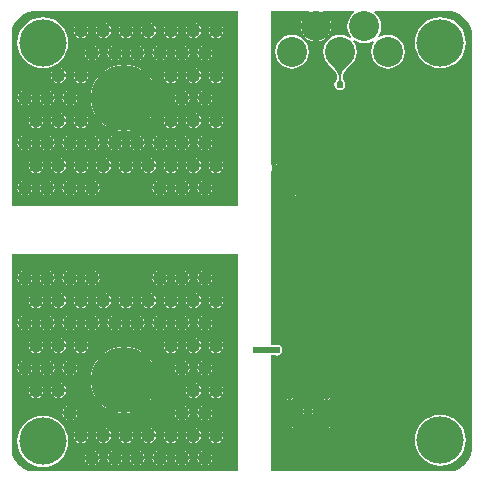
<source format=gbl>
G04*
G04 #@! TF.GenerationSoftware,Altium Limited,Altium Designer,19.1.9 (167)*
G04*
G04 Layer_Physical_Order=2*
G04 Layer_Color=16711680*
%FSAX25Y25*%
%MOIN*%
G70*
G01*
G75*
%ADD33C,0.00700*%
%ADD34C,0.10000*%
%ADD35C,0.15748*%
%ADD36C,0.22000*%
%ADD37C,0.02400*%
%ADD38C,0.05000*%
%ADD39C,0.02000*%
G36*
X0077400Y0074599D02*
Y0002039D01*
X0009074D01*
X0007566Y0002339D01*
X0006146Y0002927D01*
X0004868Y0003781D01*
X0003781Y0004868D01*
X0002927Y0006146D01*
X0002339Y0007566D01*
X0002039Y0009074D01*
Y0009843D01*
Y0074599D01*
X0077400Y0074599D01*
D02*
G37*
G36*
X0077400Y0090599D02*
X0002039D01*
Y0147638D01*
Y0148406D01*
X0002339Y0149914D01*
X0002927Y0151334D01*
X0003781Y0152612D01*
X0004868Y0153699D01*
X0006146Y0154553D01*
X0007566Y0155141D01*
X0009074Y0155441D01*
X0077400D01*
Y0090599D01*
D02*
G37*
G36*
X0149914Y0155141D02*
X0151334Y0154553D01*
X0152612Y0153699D01*
X0153699Y0152612D01*
X0154553Y0151334D01*
X0155141Y0149914D01*
X0155441Y0148406D01*
Y0147638D01*
Y0009843D01*
Y0009074D01*
X0155141Y0007566D01*
X0154553Y0006146D01*
X0153699Y0004868D01*
X0152612Y0003781D01*
X0151334Y0002927D01*
X0149914Y0002339D01*
X0148406Y0002039D01*
X0088533D01*
Y0040869D01*
X0089702D01*
X0089798Y0040804D01*
X0090500Y0040665D01*
X0091202Y0040804D01*
X0091798Y0041202D01*
X0092196Y0041798D01*
X0092335Y0042500D01*
X0092196Y0043202D01*
X0091798Y0043798D01*
X0091202Y0044196D01*
X0090500Y0044335D01*
X0089798Y0044196D01*
X0089702Y0044131D01*
X0088533D01*
Y0102305D01*
X0088870Y0102446D01*
X0089033Y0102482D01*
X0089367Y0102258D01*
Y0103367D01*
Y0104476D01*
X0089033Y0104253D01*
X0088870Y0104288D01*
X0088533Y0104430D01*
Y0155441D01*
X0101298D01*
X0101398Y0154941D01*
X0100978Y0154768D01*
X0099934Y0153966D01*
X0099133Y0152922D01*
X0098629Y0151705D01*
X0098523Y0150900D01*
X0108477D01*
X0108371Y0151705D01*
X0107868Y0152922D01*
X0107066Y0153966D01*
X0106022Y0154768D01*
X0105602Y0154941D01*
X0105702Y0155441D01*
X0116149D01*
X0116319Y0154941D01*
X0115606Y0154394D01*
X0114708Y0153224D01*
X0114144Y0151862D01*
X0113952Y0150400D01*
X0114144Y0148938D01*
X0114708Y0147576D01*
X0115359Y0146728D01*
X0115003Y0146371D01*
X0114324Y0146892D01*
X0112962Y0147456D01*
X0111500Y0147648D01*
X0110038Y0147456D01*
X0108676Y0146892D01*
X0107506Y0145994D01*
X0106608Y0144824D01*
X0106044Y0143462D01*
X0105852Y0142000D01*
X0106044Y0140538D01*
X0106608Y0139176D01*
X0107506Y0138006D01*
X0107530Y0137987D01*
X0107535Y0137976D01*
X0108655Y0136826D01*
X0109510Y0135833D01*
X0109833Y0135405D01*
X0110093Y0135016D01*
X0110286Y0134675D01*
X0110413Y0134389D01*
X0110479Y0134167D01*
X0110504Y0133940D01*
X0110531Y0133892D01*
Y0132962D01*
X0110501Y0132898D01*
X0110498Y0132823D01*
X0110492Y0132778D01*
X0110481Y0132732D01*
X0110465Y0132684D01*
X0110442Y0132633D01*
X0110413Y0132578D01*
X0110375Y0132519D01*
X0110329Y0132457D01*
X0110272Y0132390D01*
X0110193Y0132308D01*
X0110169Y0132248D01*
X0109804Y0131702D01*
X0109665Y0131000D01*
X0109804Y0130298D01*
X0110202Y0129702D01*
X0110798Y0129304D01*
X0111500Y0129165D01*
X0112202Y0129304D01*
X0112798Y0129702D01*
X0113196Y0130298D01*
X0113335Y0131000D01*
X0113196Y0131702D01*
X0112831Y0132248D01*
X0112808Y0132308D01*
X0112728Y0132390D01*
X0112671Y0132457D01*
X0112625Y0132519D01*
X0112587Y0132578D01*
X0112557Y0132633D01*
X0112535Y0132684D01*
X0112519Y0132732D01*
X0112508Y0132778D01*
X0112502Y0132823D01*
X0112499Y0132898D01*
X0112469Y0132962D01*
Y0133892D01*
X0112496Y0133941D01*
X0112521Y0134167D01*
X0112587Y0134389D01*
X0112714Y0134675D01*
X0112907Y0135016D01*
X0113167Y0135405D01*
X0113486Y0135828D01*
X0114874Y0137383D01*
X0115460Y0137971D01*
X0115465Y0137984D01*
X0115494Y0138006D01*
X0116392Y0139176D01*
X0116956Y0140538D01*
X0117148Y0142000D01*
X0116956Y0143462D01*
X0116392Y0144824D01*
X0115741Y0145673D01*
X0116097Y0146029D01*
X0116776Y0145508D01*
X0118138Y0144944D01*
X0119600Y0144752D01*
X0121062Y0144944D01*
X0122424Y0145508D01*
X0122616Y0145656D01*
X0122973Y0145299D01*
X0122608Y0144824D01*
X0122044Y0143462D01*
X0121852Y0142000D01*
X0122044Y0140538D01*
X0122608Y0139176D01*
X0123506Y0138006D01*
X0124676Y0137108D01*
X0126038Y0136544D01*
X0127500Y0136352D01*
X0128962Y0136544D01*
X0130324Y0137108D01*
X0131494Y0138006D01*
X0132392Y0139176D01*
X0132956Y0140538D01*
X0133148Y0142000D01*
X0132956Y0143462D01*
X0132392Y0144824D01*
X0131494Y0145994D01*
X0130324Y0146892D01*
X0128962Y0147456D01*
X0127500Y0147648D01*
X0126038Y0147456D01*
X0124676Y0146892D01*
X0124484Y0146744D01*
X0124127Y0147101D01*
X0124492Y0147576D01*
X0125056Y0148938D01*
X0125248Y0150400D01*
X0125056Y0151862D01*
X0124492Y0153224D01*
X0123594Y0154394D01*
X0122881Y0154941D01*
X0123050Y0155441D01*
X0148406D01*
X0149914Y0155141D01*
D02*
G37*
G36*
X0114401Y0137829D02*
X0112984Y0136240D01*
X0112637Y0135781D01*
X0112354Y0135357D01*
X0112134Y0134968D01*
X0111976Y0134614D01*
X0111881Y0134296D01*
X0111850Y0134012D01*
X0111150D01*
X0111118Y0134296D01*
X0111024Y0134614D01*
X0110866Y0134968D01*
X0110646Y0135357D01*
X0110363Y0135781D01*
X0110016Y0136240D01*
X0109134Y0137265D01*
X0108000Y0138429D01*
X0115000D01*
X0114401Y0137829D01*
D02*
G37*
G36*
X0111855Y0132762D02*
X0111870Y0132658D01*
X0111894Y0132554D01*
X0111928Y0132451D01*
X0111972Y0132350D01*
X0112026Y0132249D01*
X0112090Y0132150D01*
X0112164Y0132051D01*
X0112247Y0131954D01*
X0112340Y0131857D01*
X0110660D01*
X0110753Y0131954D01*
X0110836Y0132051D01*
X0110910Y0132150D01*
X0110974Y0132249D01*
X0111028Y0132350D01*
X0111072Y0132451D01*
X0111106Y0132554D01*
X0111130Y0132658D01*
X0111145Y0132762D01*
X0111150Y0132868D01*
X0111850D01*
X0111855Y0132762D01*
D02*
G37*
%LPC*%
G36*
X0066950Y0068999D02*
Y0067050D01*
X0068900D01*
X0068805Y0067525D01*
X0068252Y0068352D01*
X0067426Y0068905D01*
X0066950Y0068999D01*
D02*
G37*
G36*
X0065950D02*
X0065475Y0068905D01*
X0064648Y0068352D01*
X0064095Y0067525D01*
X0064000Y0067050D01*
X0065950D01*
Y0068999D01*
D02*
G37*
G36*
X0059450D02*
Y0067050D01*
X0061400D01*
X0061305Y0067525D01*
X0060752Y0068352D01*
X0059926Y0068905D01*
X0059450Y0068999D01*
D02*
G37*
G36*
X0058450D02*
X0057975Y0068905D01*
X0057148Y0068352D01*
X0056595Y0067525D01*
X0056501Y0067050D01*
X0058450D01*
Y0068999D01*
D02*
G37*
G36*
X0051950D02*
Y0067050D01*
X0053900D01*
X0053805Y0067525D01*
X0053252Y0068352D01*
X0052425Y0068905D01*
X0051950Y0068999D01*
D02*
G37*
G36*
X0050950D02*
X0050475Y0068905D01*
X0049648Y0068352D01*
X0049095Y0067525D01*
X0049000Y0067050D01*
X0050950D01*
Y0068999D01*
D02*
G37*
G36*
X0029450D02*
Y0067050D01*
X0031400D01*
X0031305Y0067525D01*
X0030752Y0068352D01*
X0029926Y0068905D01*
X0029450Y0068999D01*
D02*
G37*
G36*
X0028450D02*
X0027975Y0068905D01*
X0027148Y0068352D01*
X0026595Y0067525D01*
X0026500Y0067050D01*
X0028450D01*
Y0068999D01*
D02*
G37*
G36*
X0021950D02*
Y0067050D01*
X0023900D01*
X0023805Y0067525D01*
X0023252Y0068352D01*
X0022425Y0068905D01*
X0021950Y0068999D01*
D02*
G37*
G36*
X0020950D02*
X0020475Y0068905D01*
X0019648Y0068352D01*
X0019095Y0067525D01*
X0019001Y0067050D01*
X0020950D01*
Y0068999D01*
D02*
G37*
G36*
X0014450D02*
Y0067050D01*
X0016399D01*
X0016305Y0067525D01*
X0015752Y0068352D01*
X0014925Y0068905D01*
X0014450Y0068999D01*
D02*
G37*
G36*
X0013450D02*
X0012975Y0068905D01*
X0012148Y0068352D01*
X0011595Y0067525D01*
X0011501Y0067050D01*
X0013450D01*
Y0068999D01*
D02*
G37*
G36*
X0006950D02*
Y0067050D01*
X0008900D01*
X0008805Y0067525D01*
X0008252Y0068352D01*
X0007425Y0068905D01*
X0006950Y0068999D01*
D02*
G37*
G36*
X0005950D02*
X0005475Y0068905D01*
X0004648Y0068352D01*
X0004095Y0067525D01*
X0004000Y0067050D01*
X0005950D01*
Y0068999D01*
D02*
G37*
G36*
X0068900Y0066050D02*
X0066950D01*
Y0064100D01*
X0067426Y0064195D01*
X0068252Y0064747D01*
X0068805Y0065574D01*
X0068900Y0066050D01*
D02*
G37*
G36*
X0065950D02*
X0064000D01*
X0064095Y0065574D01*
X0064648Y0064747D01*
X0065475Y0064195D01*
X0065950Y0064100D01*
Y0066050D01*
D02*
G37*
G36*
X0061400D02*
X0059450D01*
Y0064100D01*
X0059926Y0064195D01*
X0060752Y0064747D01*
X0061305Y0065574D01*
X0061400Y0066050D01*
D02*
G37*
G36*
X0058450D02*
X0056501D01*
X0056595Y0065574D01*
X0057148Y0064747D01*
X0057975Y0064195D01*
X0058450Y0064100D01*
Y0066050D01*
D02*
G37*
G36*
X0053900D02*
X0051950D01*
Y0064100D01*
X0052425Y0064195D01*
X0053252Y0064747D01*
X0053805Y0065574D01*
X0053900Y0066050D01*
D02*
G37*
G36*
X0050950D02*
X0049000D01*
X0049095Y0065574D01*
X0049648Y0064747D01*
X0050475Y0064195D01*
X0050950Y0064100D01*
Y0066050D01*
D02*
G37*
G36*
X0031400D02*
X0029450D01*
Y0064100D01*
X0029926Y0064195D01*
X0030752Y0064747D01*
X0031305Y0065574D01*
X0031400Y0066050D01*
D02*
G37*
G36*
X0028450D02*
X0026500D01*
X0026595Y0065574D01*
X0027148Y0064747D01*
X0027975Y0064195D01*
X0028450Y0064100D01*
Y0066050D01*
D02*
G37*
G36*
X0023900D02*
X0021950D01*
Y0064100D01*
X0022425Y0064195D01*
X0023252Y0064747D01*
X0023805Y0065574D01*
X0023900Y0066050D01*
D02*
G37*
G36*
X0020950D02*
X0019001D01*
X0019095Y0065574D01*
X0019648Y0064747D01*
X0020475Y0064195D01*
X0020950Y0064100D01*
Y0066050D01*
D02*
G37*
G36*
X0016399D02*
X0014450D01*
Y0064100D01*
X0014925Y0064195D01*
X0015752Y0064747D01*
X0016305Y0065574D01*
X0016399Y0066050D01*
D02*
G37*
G36*
X0013450D02*
X0011501D01*
X0011595Y0065574D01*
X0012148Y0064747D01*
X0012975Y0064195D01*
X0013450Y0064100D01*
Y0066050D01*
D02*
G37*
G36*
X0008900D02*
X0006950D01*
Y0064100D01*
X0007425Y0064195D01*
X0008252Y0064747D01*
X0008805Y0065574D01*
X0008900Y0066050D01*
D02*
G37*
G36*
X0005950D02*
X0004000D01*
X0004095Y0065574D01*
X0004648Y0064747D01*
X0005475Y0064195D01*
X0005950Y0064100D01*
Y0066050D01*
D02*
G37*
G36*
X0070700Y0061499D02*
Y0059550D01*
X0072650D01*
X0072555Y0060025D01*
X0072002Y0060852D01*
X0071175Y0061405D01*
X0070700Y0061499D01*
D02*
G37*
G36*
X0069700D02*
X0069225Y0061405D01*
X0068398Y0060852D01*
X0067845Y0060025D01*
X0067751Y0059550D01*
X0069700D01*
Y0061499D01*
D02*
G37*
G36*
X0063200D02*
Y0059550D01*
X0065149D01*
X0065055Y0060025D01*
X0064502Y0060852D01*
X0063675Y0061405D01*
X0063200Y0061499D01*
D02*
G37*
G36*
X0062200D02*
X0061725Y0061405D01*
X0060898Y0060852D01*
X0060345Y0060025D01*
X0060251Y0059550D01*
X0062200D01*
Y0061499D01*
D02*
G37*
G36*
X0055700D02*
Y0059550D01*
X0057649D01*
X0057555Y0060025D01*
X0057002Y0060852D01*
X0056176Y0061405D01*
X0055700Y0061499D01*
D02*
G37*
G36*
X0054700D02*
X0054225Y0061405D01*
X0053398Y0060852D01*
X0052845Y0060025D01*
X0052750Y0059550D01*
X0054700D01*
Y0061499D01*
D02*
G37*
G36*
X0048200D02*
Y0059550D01*
X0050150D01*
X0050055Y0060025D01*
X0049502Y0060852D01*
X0048676Y0061405D01*
X0048200Y0061499D01*
D02*
G37*
G36*
X0047200D02*
X0046725Y0061405D01*
X0045898Y0060852D01*
X0045345Y0060025D01*
X0045250Y0059550D01*
X0047200D01*
Y0061499D01*
D02*
G37*
G36*
X0040700D02*
Y0059550D01*
X0042649D01*
X0042555Y0060025D01*
X0042002Y0060852D01*
X0041175Y0061405D01*
X0040700Y0061499D01*
D02*
G37*
G36*
X0039700D02*
X0039225Y0061405D01*
X0038398Y0060852D01*
X0037845Y0060025D01*
X0037751Y0059550D01*
X0039700D01*
Y0061499D01*
D02*
G37*
G36*
X0033200D02*
Y0059550D01*
X0035149D01*
X0035055Y0060025D01*
X0034502Y0060852D01*
X0033676Y0061405D01*
X0033200Y0061499D01*
D02*
G37*
G36*
X0032200D02*
X0031725Y0061405D01*
X0030898Y0060852D01*
X0030345Y0060025D01*
X0030250Y0059550D01*
X0032200D01*
Y0061499D01*
D02*
G37*
G36*
X0025700D02*
Y0059550D01*
X0027650D01*
X0027555Y0060025D01*
X0027002Y0060852D01*
X0026175Y0061405D01*
X0025700Y0061499D01*
D02*
G37*
G36*
X0024700D02*
X0024225Y0061405D01*
X0023398Y0060852D01*
X0022845Y0060025D01*
X0022750Y0059550D01*
X0024700D01*
Y0061499D01*
D02*
G37*
G36*
X0018200D02*
Y0059550D01*
X0020150D01*
X0020055Y0060025D01*
X0019502Y0060852D01*
X0018676Y0061405D01*
X0018200Y0061499D01*
D02*
G37*
G36*
X0017200D02*
X0016725Y0061405D01*
X0015898Y0060852D01*
X0015345Y0060025D01*
X0015250Y0059550D01*
X0017200D01*
Y0061499D01*
D02*
G37*
G36*
X0010700D02*
Y0059550D01*
X0012650D01*
X0012555Y0060025D01*
X0012002Y0060852D01*
X0011175Y0061405D01*
X0010700Y0061499D01*
D02*
G37*
G36*
X0009700D02*
X0009225Y0061405D01*
X0008398Y0060852D01*
X0007845Y0060025D01*
X0007750Y0059550D01*
X0009700D01*
Y0061499D01*
D02*
G37*
G36*
X0072650Y0058550D02*
X0070700D01*
Y0056600D01*
X0071175Y0056695D01*
X0072002Y0057247D01*
X0072555Y0058074D01*
X0072650Y0058550D01*
D02*
G37*
G36*
X0069700D02*
X0067751D01*
X0067845Y0058074D01*
X0068398Y0057247D01*
X0069225Y0056695D01*
X0069700Y0056600D01*
Y0058550D01*
D02*
G37*
G36*
X0065149D02*
X0063200D01*
Y0056600D01*
X0063675Y0056695D01*
X0064502Y0057247D01*
X0065055Y0058074D01*
X0065149Y0058550D01*
D02*
G37*
G36*
X0062200D02*
X0060251D01*
X0060345Y0058074D01*
X0060898Y0057247D01*
X0061725Y0056695D01*
X0062200Y0056600D01*
Y0058550D01*
D02*
G37*
G36*
X0057649D02*
X0055700D01*
Y0056600D01*
X0056176Y0056695D01*
X0057002Y0057247D01*
X0057555Y0058074D01*
X0057649Y0058550D01*
D02*
G37*
G36*
X0054700D02*
X0052750D01*
X0052845Y0058074D01*
X0053398Y0057247D01*
X0054225Y0056695D01*
X0054700Y0056600D01*
Y0058550D01*
D02*
G37*
G36*
X0050150D02*
X0048200D01*
Y0056600D01*
X0048676Y0056695D01*
X0049502Y0057247D01*
X0050055Y0058074D01*
X0050150Y0058550D01*
D02*
G37*
G36*
X0047200D02*
X0045250D01*
X0045345Y0058074D01*
X0045898Y0057247D01*
X0046725Y0056695D01*
X0047200Y0056600D01*
Y0058550D01*
D02*
G37*
G36*
X0042649D02*
X0040700D01*
Y0056600D01*
X0041175Y0056695D01*
X0042002Y0057247D01*
X0042555Y0058074D01*
X0042649Y0058550D01*
D02*
G37*
G36*
X0039700D02*
X0037751D01*
X0037845Y0058074D01*
X0038398Y0057247D01*
X0039225Y0056695D01*
X0039700Y0056600D01*
Y0058550D01*
D02*
G37*
G36*
X0035149D02*
X0033200D01*
Y0056600D01*
X0033676Y0056695D01*
X0034502Y0057247D01*
X0035055Y0058074D01*
X0035149Y0058550D01*
D02*
G37*
G36*
X0032200D02*
X0030250D01*
X0030345Y0058074D01*
X0030898Y0057247D01*
X0031725Y0056695D01*
X0032200Y0056600D01*
Y0058550D01*
D02*
G37*
G36*
X0027650D02*
X0025700D01*
Y0056600D01*
X0026175Y0056695D01*
X0027002Y0057247D01*
X0027555Y0058074D01*
X0027650Y0058550D01*
D02*
G37*
G36*
X0024700D02*
X0022750D01*
X0022845Y0058074D01*
X0023398Y0057247D01*
X0024225Y0056695D01*
X0024700Y0056600D01*
Y0058550D01*
D02*
G37*
G36*
X0020150D02*
X0018200D01*
Y0056600D01*
X0018676Y0056695D01*
X0019502Y0057247D01*
X0020055Y0058074D01*
X0020150Y0058550D01*
D02*
G37*
G36*
X0017200D02*
X0015250D01*
X0015345Y0058074D01*
X0015898Y0057247D01*
X0016725Y0056695D01*
X0017200Y0056600D01*
Y0058550D01*
D02*
G37*
G36*
X0012650D02*
X0010700D01*
Y0056600D01*
X0011175Y0056695D01*
X0012002Y0057247D01*
X0012555Y0058074D01*
X0012650Y0058550D01*
D02*
G37*
G36*
X0009700D02*
X0007750D01*
X0007845Y0058074D01*
X0008398Y0057247D01*
X0009225Y0056695D01*
X0009700Y0056600D01*
Y0058550D01*
D02*
G37*
G36*
X0066950Y0053999D02*
Y0052050D01*
X0068900D01*
X0068805Y0052525D01*
X0068252Y0053352D01*
X0067426Y0053905D01*
X0066950Y0053999D01*
D02*
G37*
G36*
X0065950D02*
X0065475Y0053905D01*
X0064648Y0053352D01*
X0064095Y0052525D01*
X0064000Y0052050D01*
X0065950D01*
Y0053999D01*
D02*
G37*
G36*
X0059450D02*
Y0052050D01*
X0061400D01*
X0061305Y0052525D01*
X0060752Y0053352D01*
X0059926Y0053905D01*
X0059450Y0053999D01*
D02*
G37*
G36*
X0058450D02*
X0057975Y0053905D01*
X0057148Y0053352D01*
X0056595Y0052525D01*
X0056501Y0052050D01*
X0058450D01*
Y0053999D01*
D02*
G37*
G36*
X0051950D02*
Y0052050D01*
X0053900D01*
X0053805Y0052525D01*
X0053252Y0053352D01*
X0052425Y0053905D01*
X0051950Y0053999D01*
D02*
G37*
G36*
X0050950D02*
X0050475Y0053905D01*
X0049648Y0053352D01*
X0049095Y0052525D01*
X0049000Y0052050D01*
X0050950D01*
Y0053999D01*
D02*
G37*
G36*
X0044450D02*
Y0052050D01*
X0046400D01*
X0046305Y0052525D01*
X0045752Y0053352D01*
X0044925Y0053905D01*
X0044450Y0053999D01*
D02*
G37*
G36*
X0043450D02*
X0042975Y0053905D01*
X0042148Y0053352D01*
X0041595Y0052525D01*
X0041500Y0052050D01*
X0043450D01*
Y0053999D01*
D02*
G37*
G36*
X0036950D02*
Y0052050D01*
X0038899D01*
X0038805Y0052525D01*
X0038252Y0053352D01*
X0037426Y0053905D01*
X0036950Y0053999D01*
D02*
G37*
G36*
X0035950D02*
X0035475Y0053905D01*
X0034648Y0053352D01*
X0034095Y0052525D01*
X0034001Y0052050D01*
X0035950D01*
Y0053999D01*
D02*
G37*
G36*
X0029450D02*
Y0052050D01*
X0031400D01*
X0031305Y0052525D01*
X0030752Y0053352D01*
X0029926Y0053905D01*
X0029450Y0053999D01*
D02*
G37*
G36*
X0028450D02*
X0027975Y0053905D01*
X0027148Y0053352D01*
X0026595Y0052525D01*
X0026500Y0052050D01*
X0028450D01*
Y0053999D01*
D02*
G37*
G36*
X0021950D02*
Y0052050D01*
X0023900D01*
X0023805Y0052525D01*
X0023252Y0053352D01*
X0022425Y0053905D01*
X0021950Y0053999D01*
D02*
G37*
G36*
X0020950D02*
X0020475Y0053905D01*
X0019648Y0053352D01*
X0019095Y0052525D01*
X0019001Y0052050D01*
X0020950D01*
Y0053999D01*
D02*
G37*
G36*
X0014450D02*
Y0052050D01*
X0016399D01*
X0016305Y0052525D01*
X0015752Y0053352D01*
X0014925Y0053905D01*
X0014450Y0053999D01*
D02*
G37*
G36*
X0013450D02*
X0012975Y0053905D01*
X0012148Y0053352D01*
X0011595Y0052525D01*
X0011501Y0052050D01*
X0013450D01*
Y0053999D01*
D02*
G37*
G36*
X0006950D02*
Y0052050D01*
X0008900D01*
X0008805Y0052525D01*
X0008252Y0053352D01*
X0007425Y0053905D01*
X0006950Y0053999D01*
D02*
G37*
G36*
X0005950D02*
X0005475Y0053905D01*
X0004648Y0053352D01*
X0004095Y0052525D01*
X0004000Y0052050D01*
X0005950D01*
Y0053999D01*
D02*
G37*
G36*
X0068900Y0051050D02*
X0066950D01*
Y0049100D01*
X0067426Y0049195D01*
X0068252Y0049747D01*
X0068805Y0050574D01*
X0068900Y0051050D01*
D02*
G37*
G36*
X0065950D02*
X0064000D01*
X0064095Y0050574D01*
X0064648Y0049747D01*
X0065475Y0049195D01*
X0065950Y0049100D01*
Y0051050D01*
D02*
G37*
G36*
X0061400D02*
X0059450D01*
Y0049100D01*
X0059926Y0049195D01*
X0060752Y0049747D01*
X0061305Y0050574D01*
X0061400Y0051050D01*
D02*
G37*
G36*
X0058450D02*
X0056501D01*
X0056595Y0050574D01*
X0057148Y0049747D01*
X0057975Y0049195D01*
X0058450Y0049100D01*
Y0051050D01*
D02*
G37*
G36*
X0053900D02*
X0051950D01*
Y0049100D01*
X0052425Y0049195D01*
X0053252Y0049747D01*
X0053805Y0050574D01*
X0053900Y0051050D01*
D02*
G37*
G36*
X0050950D02*
X0049000D01*
X0049095Y0050574D01*
X0049648Y0049747D01*
X0050475Y0049195D01*
X0050950Y0049100D01*
Y0051050D01*
D02*
G37*
G36*
X0046400D02*
X0044450D01*
Y0049100D01*
X0044925Y0049195D01*
X0045752Y0049747D01*
X0046305Y0050574D01*
X0046400Y0051050D01*
D02*
G37*
G36*
X0043450D02*
X0041500D01*
X0041595Y0050574D01*
X0042148Y0049747D01*
X0042975Y0049195D01*
X0043450Y0049100D01*
Y0051050D01*
D02*
G37*
G36*
X0038899D02*
X0036950D01*
Y0049100D01*
X0037426Y0049195D01*
X0038252Y0049747D01*
X0038805Y0050574D01*
X0038899Y0051050D01*
D02*
G37*
G36*
X0035950D02*
X0034001D01*
X0034095Y0050574D01*
X0034648Y0049747D01*
X0035475Y0049195D01*
X0035950Y0049100D01*
Y0051050D01*
D02*
G37*
G36*
X0031400D02*
X0029450D01*
Y0049100D01*
X0029926Y0049195D01*
X0030752Y0049747D01*
X0031305Y0050574D01*
X0031400Y0051050D01*
D02*
G37*
G36*
X0028450D02*
X0026500D01*
X0026595Y0050574D01*
X0027148Y0049747D01*
X0027975Y0049195D01*
X0028450Y0049100D01*
Y0051050D01*
D02*
G37*
G36*
X0023900D02*
X0021950D01*
Y0049100D01*
X0022425Y0049195D01*
X0023252Y0049747D01*
X0023805Y0050574D01*
X0023900Y0051050D01*
D02*
G37*
G36*
X0020950D02*
X0019001D01*
X0019095Y0050574D01*
X0019648Y0049747D01*
X0020475Y0049195D01*
X0020950Y0049100D01*
Y0051050D01*
D02*
G37*
G36*
X0016399D02*
X0014450D01*
Y0049100D01*
X0014925Y0049195D01*
X0015752Y0049747D01*
X0016305Y0050574D01*
X0016399Y0051050D01*
D02*
G37*
G36*
X0013450D02*
X0011501D01*
X0011595Y0050574D01*
X0012148Y0049747D01*
X0012975Y0049195D01*
X0013450Y0049100D01*
Y0051050D01*
D02*
G37*
G36*
X0008900D02*
X0006950D01*
Y0049100D01*
X0007425Y0049195D01*
X0008252Y0049747D01*
X0008805Y0050574D01*
X0008900Y0051050D01*
D02*
G37*
G36*
X0005950D02*
X0004000D01*
X0004095Y0050574D01*
X0004648Y0049747D01*
X0005475Y0049195D01*
X0005950Y0049100D01*
Y0051050D01*
D02*
G37*
G36*
X0070700Y0046499D02*
Y0044550D01*
X0072650D01*
X0072555Y0045025D01*
X0072002Y0045852D01*
X0071175Y0046405D01*
X0070700Y0046499D01*
D02*
G37*
G36*
X0069700D02*
X0069225Y0046405D01*
X0068398Y0045852D01*
X0067845Y0045025D01*
X0067751Y0044550D01*
X0069700D01*
Y0046499D01*
D02*
G37*
G36*
X0063200D02*
Y0044550D01*
X0065149D01*
X0065055Y0045025D01*
X0064502Y0045852D01*
X0063675Y0046405D01*
X0063200Y0046499D01*
D02*
G37*
G36*
X0062200D02*
X0061725Y0046405D01*
X0060898Y0045852D01*
X0060345Y0045025D01*
X0060251Y0044550D01*
X0062200D01*
Y0046499D01*
D02*
G37*
G36*
X0055700D02*
Y0044550D01*
X0057649D01*
X0057555Y0045025D01*
X0057002Y0045852D01*
X0056176Y0046405D01*
X0055700Y0046499D01*
D02*
G37*
G36*
X0054700D02*
X0054225Y0046405D01*
X0053398Y0045852D01*
X0052845Y0045025D01*
X0052750Y0044550D01*
X0054700D01*
Y0046499D01*
D02*
G37*
G36*
X0025700D02*
Y0044550D01*
X0027650D01*
X0027555Y0045025D01*
X0027002Y0045852D01*
X0026175Y0046405D01*
X0025700Y0046499D01*
D02*
G37*
G36*
X0024700D02*
X0024225Y0046405D01*
X0023398Y0045852D01*
X0022845Y0045025D01*
X0022750Y0044550D01*
X0024700D01*
Y0046499D01*
D02*
G37*
G36*
X0018200D02*
Y0044550D01*
X0020150D01*
X0020055Y0045025D01*
X0019502Y0045852D01*
X0018676Y0046405D01*
X0018200Y0046499D01*
D02*
G37*
G36*
X0017200D02*
X0016725Y0046405D01*
X0015898Y0045852D01*
X0015345Y0045025D01*
X0015250Y0044550D01*
X0017200D01*
Y0046499D01*
D02*
G37*
G36*
X0010700D02*
Y0044550D01*
X0012650D01*
X0012555Y0045025D01*
X0012002Y0045852D01*
X0011175Y0046405D01*
X0010700Y0046499D01*
D02*
G37*
G36*
X0009700D02*
X0009225Y0046405D01*
X0008398Y0045852D01*
X0007845Y0045025D01*
X0007750Y0044550D01*
X0009700D01*
Y0046499D01*
D02*
G37*
G36*
X0072650Y0043550D02*
X0070700D01*
Y0041600D01*
X0071175Y0041695D01*
X0072002Y0042247D01*
X0072555Y0043074D01*
X0072650Y0043550D01*
D02*
G37*
G36*
X0069700D02*
X0067751D01*
X0067845Y0043074D01*
X0068398Y0042247D01*
X0069225Y0041695D01*
X0069700Y0041600D01*
Y0043550D01*
D02*
G37*
G36*
X0065149D02*
X0063200D01*
Y0041600D01*
X0063675Y0041695D01*
X0064502Y0042247D01*
X0065055Y0043074D01*
X0065149Y0043550D01*
D02*
G37*
G36*
X0062200D02*
X0060251D01*
X0060345Y0043074D01*
X0060898Y0042247D01*
X0061725Y0041695D01*
X0062200Y0041600D01*
Y0043550D01*
D02*
G37*
G36*
X0057649D02*
X0055700D01*
Y0041600D01*
X0056176Y0041695D01*
X0057002Y0042247D01*
X0057555Y0043074D01*
X0057649Y0043550D01*
D02*
G37*
G36*
X0054700D02*
X0052750D01*
X0052845Y0043074D01*
X0053398Y0042247D01*
X0054225Y0041695D01*
X0054700Y0041600D01*
Y0043550D01*
D02*
G37*
G36*
X0027650D02*
X0025700D01*
Y0041600D01*
X0026175Y0041695D01*
X0027002Y0042247D01*
X0027555Y0043074D01*
X0027650Y0043550D01*
D02*
G37*
G36*
X0024700D02*
X0022750D01*
X0022845Y0043074D01*
X0023398Y0042247D01*
X0024225Y0041695D01*
X0024700Y0041600D01*
Y0043550D01*
D02*
G37*
G36*
X0020150D02*
X0018200D01*
Y0041600D01*
X0018676Y0041695D01*
X0019502Y0042247D01*
X0020055Y0043074D01*
X0020150Y0043550D01*
D02*
G37*
G36*
X0017200D02*
X0015250D01*
X0015345Y0043074D01*
X0015898Y0042247D01*
X0016725Y0041695D01*
X0017200Y0041600D01*
Y0043550D01*
D02*
G37*
G36*
X0012650D02*
X0010700D01*
Y0041600D01*
X0011175Y0041695D01*
X0012002Y0042247D01*
X0012555Y0043074D01*
X0012650Y0043550D01*
D02*
G37*
G36*
X0009700D02*
X0007750D01*
X0007845Y0043074D01*
X0008398Y0042247D01*
X0009225Y0041695D01*
X0009700Y0041600D01*
Y0043550D01*
D02*
G37*
G36*
X0066950Y0038999D02*
Y0037050D01*
X0068900D01*
X0068805Y0037525D01*
X0068252Y0038352D01*
X0067426Y0038905D01*
X0066950Y0038999D01*
D02*
G37*
G36*
X0065950D02*
X0065475Y0038905D01*
X0064648Y0038352D01*
X0064095Y0037525D01*
X0064000Y0037050D01*
X0065950D01*
Y0038999D01*
D02*
G37*
G36*
X0059450D02*
Y0037050D01*
X0061400D01*
X0061305Y0037525D01*
X0060752Y0038352D01*
X0059926Y0038905D01*
X0059450Y0038999D01*
D02*
G37*
G36*
X0058450D02*
X0057975Y0038905D01*
X0057148Y0038352D01*
X0056595Y0037525D01*
X0056501Y0037050D01*
X0058450D01*
Y0038999D01*
D02*
G37*
G36*
X0021950D02*
Y0037050D01*
X0023900D01*
X0023805Y0037525D01*
X0023252Y0038352D01*
X0022425Y0038905D01*
X0021950Y0038999D01*
D02*
G37*
G36*
X0020950D02*
X0020475Y0038905D01*
X0019648Y0038352D01*
X0019095Y0037525D01*
X0019001Y0037050D01*
X0020950D01*
Y0038999D01*
D02*
G37*
G36*
X0014450D02*
Y0037050D01*
X0016399D01*
X0016305Y0037525D01*
X0015752Y0038352D01*
X0014925Y0038905D01*
X0014450Y0038999D01*
D02*
G37*
G36*
X0013450D02*
X0012975Y0038905D01*
X0012148Y0038352D01*
X0011595Y0037525D01*
X0011501Y0037050D01*
X0013450D01*
Y0038999D01*
D02*
G37*
G36*
X0006950D02*
Y0037050D01*
X0008900D01*
X0008805Y0037525D01*
X0008252Y0038352D01*
X0007425Y0038905D01*
X0006950Y0038999D01*
D02*
G37*
G36*
X0005950D02*
X0005475Y0038905D01*
X0004648Y0038352D01*
X0004095Y0037525D01*
X0004000Y0037050D01*
X0005950D01*
Y0038999D01*
D02*
G37*
G36*
X0068900Y0036050D02*
X0066950D01*
Y0034100D01*
X0067426Y0034195D01*
X0068252Y0034747D01*
X0068805Y0035574D01*
X0068900Y0036050D01*
D02*
G37*
G36*
X0065950D02*
X0064000D01*
X0064095Y0035574D01*
X0064648Y0034747D01*
X0065475Y0034195D01*
X0065950Y0034100D01*
Y0036050D01*
D02*
G37*
G36*
X0061400D02*
X0059450D01*
Y0034100D01*
X0059926Y0034195D01*
X0060752Y0034747D01*
X0061305Y0035574D01*
X0061400Y0036050D01*
D02*
G37*
G36*
X0058450D02*
X0056501D01*
X0056595Y0035574D01*
X0057148Y0034747D01*
X0057975Y0034195D01*
X0058450Y0034100D01*
Y0036050D01*
D02*
G37*
G36*
X0023900D02*
X0021950D01*
Y0034100D01*
X0022425Y0034195D01*
X0023252Y0034747D01*
X0023805Y0035574D01*
X0023900Y0036050D01*
D02*
G37*
G36*
X0020950D02*
X0019001D01*
X0019095Y0035574D01*
X0019648Y0034747D01*
X0020475Y0034195D01*
X0020950Y0034100D01*
Y0036050D01*
D02*
G37*
G36*
X0016399D02*
X0014450D01*
Y0034100D01*
X0014925Y0034195D01*
X0015752Y0034747D01*
X0016305Y0035574D01*
X0016399Y0036050D01*
D02*
G37*
G36*
X0013450D02*
X0011501D01*
X0011595Y0035574D01*
X0012148Y0034747D01*
X0012975Y0034195D01*
X0013450Y0034100D01*
Y0036050D01*
D02*
G37*
G36*
X0008900D02*
X0006950D01*
Y0034100D01*
X0007425Y0034195D01*
X0008252Y0034747D01*
X0008805Y0035574D01*
X0008900Y0036050D01*
D02*
G37*
G36*
X0005950D02*
X0004000D01*
X0004095Y0035574D01*
X0004648Y0034747D01*
X0005475Y0034195D01*
X0005950Y0034100D01*
Y0036050D01*
D02*
G37*
G36*
X0039950Y0043544D02*
Y0033050D01*
X0050445D01*
X0050348Y0034276D01*
X0049944Y0035959D01*
X0049281Y0037559D01*
X0048377Y0039035D01*
X0047252Y0040352D01*
X0045936Y0041476D01*
X0044459Y0042381D01*
X0042860Y0043044D01*
X0041176Y0043448D01*
X0039950Y0043544D01*
D02*
G37*
G36*
X0038950D02*
X0037724Y0043448D01*
X0036040Y0043044D01*
X0034441Y0042381D01*
X0032964Y0041476D01*
X0031648Y0040352D01*
X0030523Y0039035D01*
X0029619Y0037559D01*
X0028956Y0035959D01*
X0028552Y0034276D01*
X0028455Y0033050D01*
X0038950D01*
Y0043544D01*
D02*
G37*
G36*
X0070700Y0031499D02*
Y0029550D01*
X0072650D01*
X0072555Y0030025D01*
X0072002Y0030852D01*
X0071175Y0031405D01*
X0070700Y0031499D01*
D02*
G37*
G36*
X0069700D02*
X0069225Y0031405D01*
X0068398Y0030852D01*
X0067845Y0030025D01*
X0067751Y0029550D01*
X0069700D01*
Y0031499D01*
D02*
G37*
G36*
X0063200D02*
Y0029550D01*
X0065149D01*
X0065055Y0030025D01*
X0064502Y0030852D01*
X0063675Y0031405D01*
X0063200Y0031499D01*
D02*
G37*
G36*
X0062200D02*
X0061725Y0031405D01*
X0060898Y0030852D01*
X0060345Y0030025D01*
X0060251Y0029550D01*
X0062200D01*
Y0031499D01*
D02*
G37*
G36*
X0018200D02*
Y0029550D01*
X0020150D01*
X0020055Y0030025D01*
X0019502Y0030852D01*
X0018676Y0031405D01*
X0018200Y0031499D01*
D02*
G37*
G36*
X0017200D02*
X0016725Y0031405D01*
X0015898Y0030852D01*
X0015345Y0030025D01*
X0015250Y0029550D01*
X0017200D01*
Y0031499D01*
D02*
G37*
G36*
X0010700D02*
Y0029550D01*
X0012650D01*
X0012555Y0030025D01*
X0012002Y0030852D01*
X0011175Y0031405D01*
X0010700Y0031499D01*
D02*
G37*
G36*
X0009700D02*
X0009225Y0031405D01*
X0008398Y0030852D01*
X0007845Y0030025D01*
X0007750Y0029550D01*
X0009700D01*
Y0031499D01*
D02*
G37*
G36*
X0072650Y0028550D02*
X0070700D01*
Y0026600D01*
X0071175Y0026695D01*
X0072002Y0027247D01*
X0072555Y0028074D01*
X0072650Y0028550D01*
D02*
G37*
G36*
X0069700D02*
X0067751D01*
X0067845Y0028074D01*
X0068398Y0027247D01*
X0069225Y0026695D01*
X0069700Y0026600D01*
Y0028550D01*
D02*
G37*
G36*
X0065149D02*
X0063200D01*
Y0026600D01*
X0063675Y0026695D01*
X0064502Y0027247D01*
X0065055Y0028074D01*
X0065149Y0028550D01*
D02*
G37*
G36*
X0062200D02*
X0060251D01*
X0060345Y0028074D01*
X0060898Y0027247D01*
X0061725Y0026695D01*
X0062200Y0026600D01*
Y0028550D01*
D02*
G37*
G36*
X0020150D02*
X0018200D01*
Y0026600D01*
X0018676Y0026695D01*
X0019502Y0027247D01*
X0020055Y0028074D01*
X0020150Y0028550D01*
D02*
G37*
G36*
X0017200D02*
X0015250D01*
X0015345Y0028074D01*
X0015898Y0027247D01*
X0016725Y0026695D01*
X0017200Y0026600D01*
Y0028550D01*
D02*
G37*
G36*
X0012650D02*
X0010700D01*
Y0026600D01*
X0011175Y0026695D01*
X0012002Y0027247D01*
X0012555Y0028074D01*
X0012650Y0028550D01*
D02*
G37*
G36*
X0009700D02*
X0007750D01*
X0007845Y0028074D01*
X0008398Y0027247D01*
X0009225Y0026695D01*
X0009700Y0026600D01*
Y0028550D01*
D02*
G37*
G36*
X0066950Y0023999D02*
Y0022050D01*
X0068900D01*
X0068805Y0022525D01*
X0068252Y0023352D01*
X0067426Y0023905D01*
X0066950Y0023999D01*
D02*
G37*
G36*
X0065950D02*
X0065475Y0023905D01*
X0064648Y0023352D01*
X0064095Y0022525D01*
X0064000Y0022050D01*
X0065950D01*
Y0023999D01*
D02*
G37*
G36*
X0059450D02*
Y0022050D01*
X0061400D01*
X0061305Y0022525D01*
X0060752Y0023352D01*
X0059926Y0023905D01*
X0059450Y0023999D01*
D02*
G37*
G36*
X0058450D02*
X0057975Y0023905D01*
X0057148Y0023352D01*
X0056595Y0022525D01*
X0056501Y0022050D01*
X0058450D01*
Y0023999D01*
D02*
G37*
G36*
X0021950D02*
Y0022050D01*
X0023900D01*
X0023805Y0022525D01*
X0023252Y0023352D01*
X0022425Y0023905D01*
X0021950Y0023999D01*
D02*
G37*
G36*
X0020950D02*
X0020475Y0023905D01*
X0019648Y0023352D01*
X0019095Y0022525D01*
X0019001Y0022050D01*
X0020950D01*
Y0023999D01*
D02*
G37*
G36*
X0050445Y0032050D02*
X0039950D01*
Y0021555D01*
X0041176Y0021652D01*
X0042860Y0022056D01*
X0044459Y0022718D01*
X0045936Y0023623D01*
X0047252Y0024747D01*
X0048377Y0026064D01*
X0049281Y0027540D01*
X0049944Y0029140D01*
X0050348Y0030824D01*
X0050445Y0032050D01*
D02*
G37*
G36*
X0038950D02*
X0028455D01*
X0028552Y0030824D01*
X0028956Y0029140D01*
X0029619Y0027540D01*
X0030523Y0026064D01*
X0031648Y0024747D01*
X0032964Y0023623D01*
X0034441Y0022718D01*
X0036040Y0022056D01*
X0037724Y0021652D01*
X0038950Y0021555D01*
Y0032050D01*
D02*
G37*
G36*
X0068900Y0021050D02*
X0066950D01*
Y0019100D01*
X0067426Y0019195D01*
X0068252Y0019747D01*
X0068805Y0020574D01*
X0068900Y0021050D01*
D02*
G37*
G36*
X0065950D02*
X0064000D01*
X0064095Y0020574D01*
X0064648Y0019747D01*
X0065475Y0019195D01*
X0065950Y0019100D01*
Y0021050D01*
D02*
G37*
G36*
X0061400D02*
X0059450D01*
Y0019100D01*
X0059926Y0019195D01*
X0060752Y0019747D01*
X0061305Y0020574D01*
X0061400Y0021050D01*
D02*
G37*
G36*
X0058450D02*
X0056501D01*
X0056595Y0020574D01*
X0057148Y0019747D01*
X0057975Y0019195D01*
X0058450Y0019100D01*
Y0021050D01*
D02*
G37*
G36*
X0023900D02*
X0021950D01*
Y0019100D01*
X0022425Y0019195D01*
X0023252Y0019747D01*
X0023805Y0020574D01*
X0023900Y0021050D01*
D02*
G37*
G36*
X0020950D02*
X0019001D01*
X0019095Y0020574D01*
X0019648Y0019747D01*
X0020475Y0019195D01*
X0020950Y0019100D01*
Y0021050D01*
D02*
G37*
G36*
X0070700Y0016499D02*
Y0014550D01*
X0072650D01*
X0072555Y0015025D01*
X0072002Y0015852D01*
X0071175Y0016405D01*
X0070700Y0016499D01*
D02*
G37*
G36*
X0069700D02*
X0069225Y0016405D01*
X0068398Y0015852D01*
X0067845Y0015025D01*
X0067751Y0014550D01*
X0069700D01*
Y0016499D01*
D02*
G37*
G36*
X0063200D02*
Y0014550D01*
X0065149D01*
X0065055Y0015025D01*
X0064502Y0015852D01*
X0063675Y0016405D01*
X0063200Y0016499D01*
D02*
G37*
G36*
X0062200D02*
X0061725Y0016405D01*
X0060898Y0015852D01*
X0060345Y0015025D01*
X0060251Y0014550D01*
X0062200D01*
Y0016499D01*
D02*
G37*
G36*
X0055700D02*
Y0014550D01*
X0057649D01*
X0057555Y0015025D01*
X0057002Y0015852D01*
X0056176Y0016405D01*
X0055700Y0016499D01*
D02*
G37*
G36*
X0054700D02*
X0054225Y0016405D01*
X0053398Y0015852D01*
X0052845Y0015025D01*
X0052750Y0014550D01*
X0054700D01*
Y0016499D01*
D02*
G37*
G36*
X0048200D02*
Y0014550D01*
X0050150D01*
X0050055Y0015025D01*
X0049502Y0015852D01*
X0048676Y0016405D01*
X0048200Y0016499D01*
D02*
G37*
G36*
X0047200D02*
X0046725Y0016405D01*
X0045898Y0015852D01*
X0045345Y0015025D01*
X0045250Y0014550D01*
X0047200D01*
Y0016499D01*
D02*
G37*
G36*
X0040700D02*
Y0014550D01*
X0042649D01*
X0042555Y0015025D01*
X0042002Y0015852D01*
X0041175Y0016405D01*
X0040700Y0016499D01*
D02*
G37*
G36*
X0039700D02*
X0039225Y0016405D01*
X0038398Y0015852D01*
X0037845Y0015025D01*
X0037751Y0014550D01*
X0039700D01*
Y0016499D01*
D02*
G37*
G36*
X0033200D02*
Y0014550D01*
X0035149D01*
X0035055Y0015025D01*
X0034502Y0015852D01*
X0033676Y0016405D01*
X0033200Y0016499D01*
D02*
G37*
G36*
X0032200D02*
X0031725Y0016405D01*
X0030898Y0015852D01*
X0030345Y0015025D01*
X0030250Y0014550D01*
X0032200D01*
Y0016499D01*
D02*
G37*
G36*
X0025700D02*
Y0014550D01*
X0027650D01*
X0027555Y0015025D01*
X0027002Y0015852D01*
X0026175Y0016405D01*
X0025700Y0016499D01*
D02*
G37*
G36*
X0024700D02*
X0024225Y0016405D01*
X0023398Y0015852D01*
X0022845Y0015025D01*
X0022750Y0014550D01*
X0024700D01*
Y0016499D01*
D02*
G37*
G36*
X0072650Y0013550D02*
X0070700D01*
Y0011600D01*
X0071175Y0011695D01*
X0072002Y0012247D01*
X0072555Y0013074D01*
X0072650Y0013550D01*
D02*
G37*
G36*
X0069700D02*
X0067751D01*
X0067845Y0013074D01*
X0068398Y0012247D01*
X0069225Y0011695D01*
X0069700Y0011600D01*
Y0013550D01*
D02*
G37*
G36*
X0065149D02*
X0063200D01*
Y0011600D01*
X0063675Y0011695D01*
X0064502Y0012247D01*
X0065055Y0013074D01*
X0065149Y0013550D01*
D02*
G37*
G36*
X0062200D02*
X0060251D01*
X0060345Y0013074D01*
X0060898Y0012247D01*
X0061725Y0011695D01*
X0062200Y0011600D01*
Y0013550D01*
D02*
G37*
G36*
X0057649D02*
X0055700D01*
Y0011600D01*
X0056176Y0011695D01*
X0057002Y0012247D01*
X0057555Y0013074D01*
X0057649Y0013550D01*
D02*
G37*
G36*
X0054700D02*
X0052750D01*
X0052845Y0013074D01*
X0053398Y0012247D01*
X0054225Y0011695D01*
X0054700Y0011600D01*
Y0013550D01*
D02*
G37*
G36*
X0050150D02*
X0048200D01*
Y0011600D01*
X0048676Y0011695D01*
X0049502Y0012247D01*
X0050055Y0013074D01*
X0050150Y0013550D01*
D02*
G37*
G36*
X0047200D02*
X0045250D01*
X0045345Y0013074D01*
X0045898Y0012247D01*
X0046725Y0011695D01*
X0047200Y0011600D01*
Y0013550D01*
D02*
G37*
G36*
X0042649D02*
X0040700D01*
Y0011600D01*
X0041175Y0011695D01*
X0042002Y0012247D01*
X0042555Y0013074D01*
X0042649Y0013550D01*
D02*
G37*
G36*
X0039700D02*
X0037751D01*
X0037845Y0013074D01*
X0038398Y0012247D01*
X0039225Y0011695D01*
X0039700Y0011600D01*
Y0013550D01*
D02*
G37*
G36*
X0035149D02*
X0033200D01*
Y0011600D01*
X0033676Y0011695D01*
X0034502Y0012247D01*
X0035055Y0013074D01*
X0035149Y0013550D01*
D02*
G37*
G36*
X0032200D02*
X0030250D01*
X0030345Y0013074D01*
X0030898Y0012247D01*
X0031725Y0011695D01*
X0032200Y0011600D01*
Y0013550D01*
D02*
G37*
G36*
X0027650D02*
X0025700D01*
Y0011600D01*
X0026175Y0011695D01*
X0027002Y0012247D01*
X0027555Y0013074D01*
X0027650Y0013550D01*
D02*
G37*
G36*
X0024700D02*
X0022750D01*
X0022845Y0013074D01*
X0023398Y0012247D01*
X0024225Y0011695D01*
X0024700Y0011600D01*
Y0013550D01*
D02*
G37*
G36*
X0066950Y0008999D02*
Y0007050D01*
X0068900D01*
X0068805Y0007525D01*
X0068252Y0008352D01*
X0067426Y0008905D01*
X0066950Y0008999D01*
D02*
G37*
G36*
X0065950D02*
X0065475Y0008905D01*
X0064648Y0008352D01*
X0064095Y0007525D01*
X0064000Y0007050D01*
X0065950D01*
Y0008999D01*
D02*
G37*
G36*
X0059450D02*
Y0007050D01*
X0061400D01*
X0061305Y0007525D01*
X0060752Y0008352D01*
X0059926Y0008905D01*
X0059450Y0008999D01*
D02*
G37*
G36*
X0058450D02*
X0057975Y0008905D01*
X0057148Y0008352D01*
X0056595Y0007525D01*
X0056501Y0007050D01*
X0058450D01*
Y0008999D01*
D02*
G37*
G36*
X0051950D02*
Y0007050D01*
X0053900D01*
X0053805Y0007525D01*
X0053252Y0008352D01*
X0052425Y0008905D01*
X0051950Y0008999D01*
D02*
G37*
G36*
X0050950D02*
X0050475Y0008905D01*
X0049648Y0008352D01*
X0049095Y0007525D01*
X0049000Y0007050D01*
X0050950D01*
Y0008999D01*
D02*
G37*
G36*
X0044450D02*
Y0007050D01*
X0046400D01*
X0046305Y0007525D01*
X0045752Y0008352D01*
X0044925Y0008905D01*
X0044450Y0008999D01*
D02*
G37*
G36*
X0043450D02*
X0042975Y0008905D01*
X0042148Y0008352D01*
X0041595Y0007525D01*
X0041500Y0007050D01*
X0043450D01*
Y0008999D01*
D02*
G37*
G36*
X0036950D02*
Y0007050D01*
X0038899D01*
X0038805Y0007525D01*
X0038252Y0008352D01*
X0037426Y0008905D01*
X0036950Y0008999D01*
D02*
G37*
G36*
X0035950D02*
X0035475Y0008905D01*
X0034648Y0008352D01*
X0034095Y0007525D01*
X0034001Y0007050D01*
X0035950D01*
Y0008999D01*
D02*
G37*
G36*
X0029450D02*
Y0007050D01*
X0031400D01*
X0031305Y0007525D01*
X0030752Y0008352D01*
X0029926Y0008905D01*
X0029450Y0008999D01*
D02*
G37*
G36*
X0028450D02*
X0027975Y0008905D01*
X0027148Y0008352D01*
X0026595Y0007525D01*
X0026500Y0007050D01*
X0028450D01*
Y0008999D01*
D02*
G37*
G36*
X0068900Y0006050D02*
X0066950D01*
Y0004100D01*
X0067426Y0004195D01*
X0068252Y0004747D01*
X0068805Y0005574D01*
X0068900Y0006050D01*
D02*
G37*
G36*
X0065950D02*
X0064000D01*
X0064095Y0005574D01*
X0064648Y0004747D01*
X0065475Y0004195D01*
X0065950Y0004100D01*
Y0006050D01*
D02*
G37*
G36*
X0061400D02*
X0059450D01*
Y0004100D01*
X0059926Y0004195D01*
X0060752Y0004747D01*
X0061305Y0005574D01*
X0061400Y0006050D01*
D02*
G37*
G36*
X0058450D02*
X0056501D01*
X0056595Y0005574D01*
X0057148Y0004747D01*
X0057975Y0004195D01*
X0058450Y0004100D01*
Y0006050D01*
D02*
G37*
G36*
X0053900D02*
X0051950D01*
Y0004100D01*
X0052425Y0004195D01*
X0053252Y0004747D01*
X0053805Y0005574D01*
X0053900Y0006050D01*
D02*
G37*
G36*
X0050950D02*
X0049000D01*
X0049095Y0005574D01*
X0049648Y0004747D01*
X0050475Y0004195D01*
X0050950Y0004100D01*
Y0006050D01*
D02*
G37*
G36*
X0046400D02*
X0044450D01*
Y0004100D01*
X0044925Y0004195D01*
X0045752Y0004747D01*
X0046305Y0005574D01*
X0046400Y0006050D01*
D02*
G37*
G36*
X0043450D02*
X0041500D01*
X0041595Y0005574D01*
X0042148Y0004747D01*
X0042975Y0004195D01*
X0043450Y0004100D01*
Y0006050D01*
D02*
G37*
G36*
X0038899D02*
X0036950D01*
Y0004100D01*
X0037426Y0004195D01*
X0038252Y0004747D01*
X0038805Y0005574D01*
X0038899Y0006050D01*
D02*
G37*
G36*
X0035950D02*
X0034001D01*
X0034095Y0005574D01*
X0034648Y0004747D01*
X0035475Y0004195D01*
X0035950Y0004100D01*
Y0006050D01*
D02*
G37*
G36*
X0031400D02*
X0029450D01*
Y0004100D01*
X0029926Y0004195D01*
X0030752Y0004747D01*
X0031305Y0005574D01*
X0031400Y0006050D01*
D02*
G37*
G36*
X0028450D02*
X0026500D01*
X0026595Y0005574D01*
X0027148Y0004747D01*
X0027975Y0004195D01*
X0028450Y0004100D01*
Y0006050D01*
D02*
G37*
G36*
X0012450Y0020565D02*
X0010789Y0020401D01*
X0009191Y0019917D01*
X0007719Y0019130D01*
X0006429Y0018071D01*
X0005370Y0016780D01*
X0004583Y0015308D01*
X0004099Y0013711D01*
X0003935Y0012050D01*
X0004099Y0010389D01*
X0004583Y0008791D01*
X0005370Y0007319D01*
X0006429Y0006029D01*
X0007719Y0004970D01*
X0009191Y0004183D01*
X0010789Y0003698D01*
X0012450Y0003535D01*
X0014111Y0003698D01*
X0015709Y0004183D01*
X0017181Y0004970D01*
X0018471Y0006029D01*
X0019530Y0007319D01*
X0020317Y0008791D01*
X0020801Y0010389D01*
X0020965Y0012050D01*
X0020801Y0013711D01*
X0020317Y0015308D01*
X0019530Y0016780D01*
X0018471Y0018071D01*
X0017181Y0019130D01*
X0015709Y0019917D01*
X0014111Y0020401D01*
X0012450Y0020565D01*
D02*
G37*
G36*
X0070700Y0151499D02*
Y0149550D01*
X0072650D01*
X0072555Y0150025D01*
X0072002Y0150852D01*
X0071175Y0151405D01*
X0070700Y0151499D01*
D02*
G37*
G36*
X0069700D02*
X0069225Y0151405D01*
X0068398Y0150852D01*
X0067845Y0150025D01*
X0067751Y0149550D01*
X0069700D01*
Y0151499D01*
D02*
G37*
G36*
X0063200D02*
Y0149550D01*
X0065149D01*
X0065055Y0150025D01*
X0064502Y0150852D01*
X0063675Y0151405D01*
X0063200Y0151499D01*
D02*
G37*
G36*
X0062200D02*
X0061725Y0151405D01*
X0060898Y0150852D01*
X0060345Y0150025D01*
X0060251Y0149550D01*
X0062200D01*
Y0151499D01*
D02*
G37*
G36*
X0055700D02*
Y0149550D01*
X0057649D01*
X0057555Y0150025D01*
X0057002Y0150852D01*
X0056176Y0151405D01*
X0055700Y0151499D01*
D02*
G37*
G36*
X0054700D02*
X0054225Y0151405D01*
X0053398Y0150852D01*
X0052845Y0150025D01*
X0052750Y0149550D01*
X0054700D01*
Y0151499D01*
D02*
G37*
G36*
X0048200D02*
Y0149550D01*
X0050150D01*
X0050055Y0150025D01*
X0049502Y0150852D01*
X0048676Y0151405D01*
X0048200Y0151499D01*
D02*
G37*
G36*
X0047200D02*
X0046725Y0151405D01*
X0045898Y0150852D01*
X0045345Y0150025D01*
X0045250Y0149550D01*
X0047200D01*
Y0151499D01*
D02*
G37*
G36*
X0040700D02*
Y0149550D01*
X0042649D01*
X0042555Y0150025D01*
X0042002Y0150852D01*
X0041175Y0151405D01*
X0040700Y0151499D01*
D02*
G37*
G36*
X0039700D02*
X0039225Y0151405D01*
X0038398Y0150852D01*
X0037845Y0150025D01*
X0037751Y0149550D01*
X0039700D01*
Y0151499D01*
D02*
G37*
G36*
X0033200D02*
Y0149550D01*
X0035149D01*
X0035055Y0150025D01*
X0034502Y0150852D01*
X0033676Y0151405D01*
X0033200Y0151499D01*
D02*
G37*
G36*
X0032200D02*
X0031725Y0151405D01*
X0030898Y0150852D01*
X0030345Y0150025D01*
X0030250Y0149550D01*
X0032200D01*
Y0151499D01*
D02*
G37*
G36*
X0025700D02*
Y0149550D01*
X0027650D01*
X0027555Y0150025D01*
X0027002Y0150852D01*
X0026175Y0151405D01*
X0025700Y0151499D01*
D02*
G37*
G36*
X0024700D02*
X0024225Y0151405D01*
X0023398Y0150852D01*
X0022845Y0150025D01*
X0022750Y0149550D01*
X0024700D01*
Y0151499D01*
D02*
G37*
G36*
X0072650Y0148550D02*
X0070700D01*
Y0146600D01*
X0071175Y0146695D01*
X0072002Y0147247D01*
X0072555Y0148074D01*
X0072650Y0148550D01*
D02*
G37*
G36*
X0069700D02*
X0067751D01*
X0067845Y0148074D01*
X0068398Y0147247D01*
X0069225Y0146695D01*
X0069700Y0146600D01*
Y0148550D01*
D02*
G37*
G36*
X0065149D02*
X0063200D01*
Y0146600D01*
X0063675Y0146695D01*
X0064502Y0147247D01*
X0065055Y0148074D01*
X0065149Y0148550D01*
D02*
G37*
G36*
X0062200D02*
X0060251D01*
X0060345Y0148074D01*
X0060898Y0147247D01*
X0061725Y0146695D01*
X0062200Y0146600D01*
Y0148550D01*
D02*
G37*
G36*
X0057649D02*
X0055700D01*
Y0146600D01*
X0056176Y0146695D01*
X0057002Y0147247D01*
X0057555Y0148074D01*
X0057649Y0148550D01*
D02*
G37*
G36*
X0054700D02*
X0052750D01*
X0052845Y0148074D01*
X0053398Y0147247D01*
X0054225Y0146695D01*
X0054700Y0146600D01*
Y0148550D01*
D02*
G37*
G36*
X0050150D02*
X0048200D01*
Y0146600D01*
X0048676Y0146695D01*
X0049502Y0147247D01*
X0050055Y0148074D01*
X0050150Y0148550D01*
D02*
G37*
G36*
X0047200D02*
X0045250D01*
X0045345Y0148074D01*
X0045898Y0147247D01*
X0046725Y0146695D01*
X0047200Y0146600D01*
Y0148550D01*
D02*
G37*
G36*
X0042649D02*
X0040700D01*
Y0146600D01*
X0041175Y0146695D01*
X0042002Y0147247D01*
X0042555Y0148074D01*
X0042649Y0148550D01*
D02*
G37*
G36*
X0039700D02*
X0037751D01*
X0037845Y0148074D01*
X0038398Y0147247D01*
X0039225Y0146695D01*
X0039700Y0146600D01*
Y0148550D01*
D02*
G37*
G36*
X0035149D02*
X0033200D01*
Y0146600D01*
X0033676Y0146695D01*
X0034502Y0147247D01*
X0035055Y0148074D01*
X0035149Y0148550D01*
D02*
G37*
G36*
X0032200D02*
X0030250D01*
X0030345Y0148074D01*
X0030898Y0147247D01*
X0031725Y0146695D01*
X0032200Y0146600D01*
Y0148550D01*
D02*
G37*
G36*
X0027650D02*
X0025700D01*
Y0146600D01*
X0026175Y0146695D01*
X0027002Y0147247D01*
X0027555Y0148074D01*
X0027650Y0148550D01*
D02*
G37*
G36*
X0024700D02*
X0022750D01*
X0022845Y0148074D01*
X0023398Y0147247D01*
X0024225Y0146695D01*
X0024700Y0146600D01*
Y0148550D01*
D02*
G37*
G36*
X0066950Y0143999D02*
Y0142050D01*
X0068900D01*
X0068805Y0142525D01*
X0068252Y0143352D01*
X0067426Y0143905D01*
X0066950Y0143999D01*
D02*
G37*
G36*
X0065950D02*
X0065475Y0143905D01*
X0064648Y0143352D01*
X0064095Y0142525D01*
X0064000Y0142050D01*
X0065950D01*
Y0143999D01*
D02*
G37*
G36*
X0059450D02*
Y0142050D01*
X0061400D01*
X0061305Y0142525D01*
X0060752Y0143352D01*
X0059926Y0143905D01*
X0059450Y0143999D01*
D02*
G37*
G36*
X0058450D02*
X0057975Y0143905D01*
X0057148Y0143352D01*
X0056595Y0142525D01*
X0056501Y0142050D01*
X0058450D01*
Y0143999D01*
D02*
G37*
G36*
X0051950D02*
Y0142050D01*
X0053900D01*
X0053805Y0142525D01*
X0053252Y0143352D01*
X0052425Y0143905D01*
X0051950Y0143999D01*
D02*
G37*
G36*
X0050950D02*
X0050475Y0143905D01*
X0049648Y0143352D01*
X0049095Y0142525D01*
X0049000Y0142050D01*
X0050950D01*
Y0143999D01*
D02*
G37*
G36*
X0044450D02*
Y0142050D01*
X0046400D01*
X0046305Y0142525D01*
X0045752Y0143352D01*
X0044925Y0143905D01*
X0044450Y0143999D01*
D02*
G37*
G36*
X0043450D02*
X0042975Y0143905D01*
X0042148Y0143352D01*
X0041595Y0142525D01*
X0041500Y0142050D01*
X0043450D01*
Y0143999D01*
D02*
G37*
G36*
X0036950D02*
Y0142050D01*
X0038899D01*
X0038805Y0142525D01*
X0038252Y0143352D01*
X0037426Y0143905D01*
X0036950Y0143999D01*
D02*
G37*
G36*
X0035950D02*
X0035475Y0143905D01*
X0034648Y0143352D01*
X0034095Y0142525D01*
X0034001Y0142050D01*
X0035950D01*
Y0143999D01*
D02*
G37*
G36*
X0029450D02*
Y0142050D01*
X0031400D01*
X0031305Y0142525D01*
X0030752Y0143352D01*
X0029926Y0143905D01*
X0029450Y0143999D01*
D02*
G37*
G36*
X0028450D02*
X0027975Y0143905D01*
X0027148Y0143352D01*
X0026595Y0142525D01*
X0026500Y0142050D01*
X0028450D01*
Y0143999D01*
D02*
G37*
G36*
X0068900Y0141050D02*
X0066950D01*
Y0139100D01*
X0067426Y0139195D01*
X0068252Y0139747D01*
X0068805Y0140574D01*
X0068900Y0141050D01*
D02*
G37*
G36*
X0065950D02*
X0064000D01*
X0064095Y0140574D01*
X0064648Y0139747D01*
X0065475Y0139195D01*
X0065950Y0139100D01*
Y0141050D01*
D02*
G37*
G36*
X0061400D02*
X0059450D01*
Y0139100D01*
X0059926Y0139195D01*
X0060752Y0139747D01*
X0061305Y0140574D01*
X0061400Y0141050D01*
D02*
G37*
G36*
X0058450D02*
X0056501D01*
X0056595Y0140574D01*
X0057148Y0139747D01*
X0057975Y0139195D01*
X0058450Y0139100D01*
Y0141050D01*
D02*
G37*
G36*
X0053900D02*
X0051950D01*
Y0139100D01*
X0052425Y0139195D01*
X0053252Y0139747D01*
X0053805Y0140574D01*
X0053900Y0141050D01*
D02*
G37*
G36*
X0050950D02*
X0049000D01*
X0049095Y0140574D01*
X0049648Y0139747D01*
X0050475Y0139195D01*
X0050950Y0139100D01*
Y0141050D01*
D02*
G37*
G36*
X0046400D02*
X0044450D01*
Y0139100D01*
X0044925Y0139195D01*
X0045752Y0139747D01*
X0046305Y0140574D01*
X0046400Y0141050D01*
D02*
G37*
G36*
X0043450D02*
X0041500D01*
X0041595Y0140574D01*
X0042148Y0139747D01*
X0042975Y0139195D01*
X0043450Y0139100D01*
Y0141050D01*
D02*
G37*
G36*
X0038899D02*
X0036950D01*
Y0139100D01*
X0037426Y0139195D01*
X0038252Y0139747D01*
X0038805Y0140574D01*
X0038899Y0141050D01*
D02*
G37*
G36*
X0035950D02*
X0034001D01*
X0034095Y0140574D01*
X0034648Y0139747D01*
X0035475Y0139195D01*
X0035950Y0139100D01*
Y0141050D01*
D02*
G37*
G36*
X0031400D02*
X0029450D01*
Y0139100D01*
X0029926Y0139195D01*
X0030752Y0139747D01*
X0031305Y0140574D01*
X0031400Y0141050D01*
D02*
G37*
G36*
X0028450D02*
X0026500D01*
X0026595Y0140574D01*
X0027148Y0139747D01*
X0027975Y0139195D01*
X0028450Y0139100D01*
Y0141050D01*
D02*
G37*
G36*
X0012500Y0153515D02*
X0010839Y0153351D01*
X0009241Y0152867D01*
X0007769Y0152080D01*
X0006479Y0151021D01*
X0005420Y0149731D01*
X0004633Y0148258D01*
X0004149Y0146661D01*
X0003985Y0145000D01*
X0004149Y0143339D01*
X0004633Y0141742D01*
X0005420Y0140269D01*
X0006479Y0138979D01*
X0007769Y0137920D01*
X0009241Y0137133D01*
X0010839Y0136649D01*
X0012500Y0136485D01*
X0014161Y0136649D01*
X0015758Y0137133D01*
X0017231Y0137920D01*
X0018521Y0138979D01*
X0019580Y0140269D01*
X0020367Y0141742D01*
X0020851Y0143339D01*
X0021015Y0145000D01*
X0020851Y0146661D01*
X0020367Y0148258D01*
X0019580Y0149731D01*
X0018521Y0151021D01*
X0017231Y0152080D01*
X0015758Y0152867D01*
X0014161Y0153351D01*
X0012500Y0153515D01*
D02*
G37*
G36*
X0070700Y0136499D02*
Y0134550D01*
X0072650D01*
X0072555Y0135025D01*
X0072002Y0135852D01*
X0071175Y0136405D01*
X0070700Y0136499D01*
D02*
G37*
G36*
X0069700D02*
X0069225Y0136405D01*
X0068398Y0135852D01*
X0067845Y0135025D01*
X0067751Y0134550D01*
X0069700D01*
Y0136499D01*
D02*
G37*
G36*
X0063200D02*
Y0134550D01*
X0065149D01*
X0065055Y0135025D01*
X0064502Y0135852D01*
X0063675Y0136405D01*
X0063200Y0136499D01*
D02*
G37*
G36*
X0062200D02*
X0061725Y0136405D01*
X0060898Y0135852D01*
X0060345Y0135025D01*
X0060251Y0134550D01*
X0062200D01*
Y0136499D01*
D02*
G37*
G36*
X0055700D02*
Y0134550D01*
X0057649D01*
X0057555Y0135025D01*
X0057002Y0135852D01*
X0056176Y0136405D01*
X0055700Y0136499D01*
D02*
G37*
G36*
X0054700D02*
X0054225Y0136405D01*
X0053398Y0135852D01*
X0052845Y0135025D01*
X0052750Y0134550D01*
X0054700D01*
Y0136499D01*
D02*
G37*
G36*
X0025700D02*
Y0134550D01*
X0027650D01*
X0027555Y0135025D01*
X0027002Y0135852D01*
X0026175Y0136405D01*
X0025700Y0136499D01*
D02*
G37*
G36*
X0024700D02*
X0024225Y0136405D01*
X0023398Y0135852D01*
X0022845Y0135025D01*
X0022750Y0134550D01*
X0024700D01*
Y0136499D01*
D02*
G37*
G36*
X0018200D02*
Y0134550D01*
X0020150D01*
X0020055Y0135025D01*
X0019502Y0135852D01*
X0018676Y0136405D01*
X0018200Y0136499D01*
D02*
G37*
G36*
X0017200D02*
X0016725Y0136405D01*
X0015898Y0135852D01*
X0015345Y0135025D01*
X0015250Y0134550D01*
X0017200D01*
Y0136499D01*
D02*
G37*
G36*
X0072650Y0133550D02*
X0070700D01*
Y0131600D01*
X0071175Y0131695D01*
X0072002Y0132247D01*
X0072555Y0133074D01*
X0072650Y0133550D01*
D02*
G37*
G36*
X0069700D02*
X0067751D01*
X0067845Y0133074D01*
X0068398Y0132247D01*
X0069225Y0131695D01*
X0069700Y0131600D01*
Y0133550D01*
D02*
G37*
G36*
X0065149D02*
X0063200D01*
Y0131600D01*
X0063675Y0131695D01*
X0064502Y0132247D01*
X0065055Y0133074D01*
X0065149Y0133550D01*
D02*
G37*
G36*
X0062200D02*
X0060251D01*
X0060345Y0133074D01*
X0060898Y0132247D01*
X0061725Y0131695D01*
X0062200Y0131600D01*
Y0133550D01*
D02*
G37*
G36*
X0057649D02*
X0055700D01*
Y0131600D01*
X0056176Y0131695D01*
X0057002Y0132247D01*
X0057555Y0133074D01*
X0057649Y0133550D01*
D02*
G37*
G36*
X0054700D02*
X0052750D01*
X0052845Y0133074D01*
X0053398Y0132247D01*
X0054225Y0131695D01*
X0054700Y0131600D01*
Y0133550D01*
D02*
G37*
G36*
X0027650D02*
X0025700D01*
Y0131600D01*
X0026175Y0131695D01*
X0027002Y0132247D01*
X0027555Y0133074D01*
X0027650Y0133550D01*
D02*
G37*
G36*
X0024700D02*
X0022750D01*
X0022845Y0133074D01*
X0023398Y0132247D01*
X0024225Y0131695D01*
X0024700Y0131600D01*
Y0133550D01*
D02*
G37*
G36*
X0020150D02*
X0018200D01*
Y0131600D01*
X0018676Y0131695D01*
X0019502Y0132247D01*
X0020055Y0133074D01*
X0020150Y0133550D01*
D02*
G37*
G36*
X0017200D02*
X0015250D01*
X0015345Y0133074D01*
X0015898Y0132247D01*
X0016725Y0131695D01*
X0017200Y0131600D01*
Y0133550D01*
D02*
G37*
G36*
X0066950Y0128999D02*
Y0127050D01*
X0068900D01*
X0068805Y0127525D01*
X0068252Y0128352D01*
X0067426Y0128905D01*
X0066950Y0128999D01*
D02*
G37*
G36*
X0065950D02*
X0065475Y0128905D01*
X0064648Y0128352D01*
X0064095Y0127525D01*
X0064000Y0127050D01*
X0065950D01*
Y0128999D01*
D02*
G37*
G36*
X0059450D02*
Y0127050D01*
X0061400D01*
X0061305Y0127525D01*
X0060752Y0128352D01*
X0059926Y0128905D01*
X0059450Y0128999D01*
D02*
G37*
G36*
X0058450D02*
X0057975Y0128905D01*
X0057148Y0128352D01*
X0056595Y0127525D01*
X0056501Y0127050D01*
X0058450D01*
Y0128999D01*
D02*
G37*
G36*
X0039950Y0137544D02*
Y0127050D01*
X0050445D01*
X0050348Y0128276D01*
X0049944Y0129959D01*
X0049281Y0131559D01*
X0048377Y0133035D01*
X0047252Y0134352D01*
X0045936Y0135476D01*
X0044459Y0136381D01*
X0042860Y0137044D01*
X0041176Y0137448D01*
X0039950Y0137544D01*
D02*
G37*
G36*
X0038950D02*
X0037724Y0137448D01*
X0036040Y0137044D01*
X0034441Y0136381D01*
X0032964Y0135476D01*
X0031648Y0134352D01*
X0030523Y0133035D01*
X0029619Y0131559D01*
X0028956Y0129959D01*
X0028552Y0128276D01*
X0028455Y0127050D01*
X0038950D01*
Y0137544D01*
D02*
G37*
G36*
X0021950Y0128999D02*
Y0127050D01*
X0023900D01*
X0023805Y0127525D01*
X0023252Y0128352D01*
X0022425Y0128905D01*
X0021950Y0128999D01*
D02*
G37*
G36*
X0020950D02*
X0020475Y0128905D01*
X0019648Y0128352D01*
X0019095Y0127525D01*
X0019001Y0127050D01*
X0020950D01*
Y0128999D01*
D02*
G37*
G36*
X0014450D02*
Y0127050D01*
X0016399D01*
X0016305Y0127525D01*
X0015752Y0128352D01*
X0014925Y0128905D01*
X0014450Y0128999D01*
D02*
G37*
G36*
X0013450D02*
X0012975Y0128905D01*
X0012148Y0128352D01*
X0011595Y0127525D01*
X0011501Y0127050D01*
X0013450D01*
Y0128999D01*
D02*
G37*
G36*
X0006950D02*
Y0127050D01*
X0008900D01*
X0008805Y0127525D01*
X0008252Y0128352D01*
X0007425Y0128905D01*
X0006950Y0128999D01*
D02*
G37*
G36*
X0005950D02*
X0005475Y0128905D01*
X0004648Y0128352D01*
X0004095Y0127525D01*
X0004000Y0127050D01*
X0005950D01*
Y0128999D01*
D02*
G37*
G36*
X0068900Y0126050D02*
X0066950D01*
Y0124100D01*
X0067426Y0124195D01*
X0068252Y0124747D01*
X0068805Y0125574D01*
X0068900Y0126050D01*
D02*
G37*
G36*
X0065950D02*
X0064000D01*
X0064095Y0125574D01*
X0064648Y0124747D01*
X0065475Y0124195D01*
X0065950Y0124100D01*
Y0126050D01*
D02*
G37*
G36*
X0061400D02*
X0059450D01*
Y0124100D01*
X0059926Y0124195D01*
X0060752Y0124747D01*
X0061305Y0125574D01*
X0061400Y0126050D01*
D02*
G37*
G36*
X0058450D02*
X0056501D01*
X0056595Y0125574D01*
X0057148Y0124747D01*
X0057975Y0124195D01*
X0058450Y0124100D01*
Y0126050D01*
D02*
G37*
G36*
X0023900D02*
X0021950D01*
Y0124100D01*
X0022425Y0124195D01*
X0023252Y0124747D01*
X0023805Y0125574D01*
X0023900Y0126050D01*
D02*
G37*
G36*
X0020950D02*
X0019001D01*
X0019095Y0125574D01*
X0019648Y0124747D01*
X0020475Y0124195D01*
X0020950Y0124100D01*
Y0126050D01*
D02*
G37*
G36*
X0016399D02*
X0014450D01*
Y0124100D01*
X0014925Y0124195D01*
X0015752Y0124747D01*
X0016305Y0125574D01*
X0016399Y0126050D01*
D02*
G37*
G36*
X0013450D02*
X0011501D01*
X0011595Y0125574D01*
X0012148Y0124747D01*
X0012975Y0124195D01*
X0013450Y0124100D01*
Y0126050D01*
D02*
G37*
G36*
X0008900D02*
X0006950D01*
Y0124100D01*
X0007425Y0124195D01*
X0008252Y0124747D01*
X0008805Y0125574D01*
X0008900Y0126050D01*
D02*
G37*
G36*
X0005950D02*
X0004000D01*
X0004095Y0125574D01*
X0004648Y0124747D01*
X0005475Y0124195D01*
X0005950Y0124100D01*
Y0126050D01*
D02*
G37*
G36*
X0070700Y0121499D02*
Y0119550D01*
X0072650D01*
X0072555Y0120025D01*
X0072002Y0120852D01*
X0071175Y0121405D01*
X0070700Y0121499D01*
D02*
G37*
G36*
X0069700D02*
X0069225Y0121405D01*
X0068398Y0120852D01*
X0067845Y0120025D01*
X0067751Y0119550D01*
X0069700D01*
Y0121499D01*
D02*
G37*
G36*
X0063200D02*
Y0119550D01*
X0065149D01*
X0065055Y0120025D01*
X0064502Y0120852D01*
X0063675Y0121405D01*
X0063200Y0121499D01*
D02*
G37*
G36*
X0062200D02*
X0061725Y0121405D01*
X0060898Y0120852D01*
X0060345Y0120025D01*
X0060251Y0119550D01*
X0062200D01*
Y0121499D01*
D02*
G37*
G36*
X0055700D02*
Y0119550D01*
X0057649D01*
X0057555Y0120025D01*
X0057002Y0120852D01*
X0056176Y0121405D01*
X0055700Y0121499D01*
D02*
G37*
G36*
X0054700D02*
X0054225Y0121405D01*
X0053398Y0120852D01*
X0052845Y0120025D01*
X0052750Y0119550D01*
X0054700D01*
Y0121499D01*
D02*
G37*
G36*
X0025700D02*
Y0119550D01*
X0027650D01*
X0027555Y0120025D01*
X0027002Y0120852D01*
X0026175Y0121405D01*
X0025700Y0121499D01*
D02*
G37*
G36*
X0024700D02*
X0024225Y0121405D01*
X0023398Y0120852D01*
X0022845Y0120025D01*
X0022750Y0119550D01*
X0024700D01*
Y0121499D01*
D02*
G37*
G36*
X0018200D02*
Y0119550D01*
X0020150D01*
X0020055Y0120025D01*
X0019502Y0120852D01*
X0018676Y0121405D01*
X0018200Y0121499D01*
D02*
G37*
G36*
X0017200D02*
X0016725Y0121405D01*
X0015898Y0120852D01*
X0015345Y0120025D01*
X0015250Y0119550D01*
X0017200D01*
Y0121499D01*
D02*
G37*
G36*
X0010700D02*
Y0119550D01*
X0012650D01*
X0012555Y0120025D01*
X0012002Y0120852D01*
X0011175Y0121405D01*
X0010700Y0121499D01*
D02*
G37*
G36*
X0009700D02*
X0009225Y0121405D01*
X0008398Y0120852D01*
X0007845Y0120025D01*
X0007750Y0119550D01*
X0009700D01*
Y0121499D01*
D02*
G37*
G36*
X0072650Y0118550D02*
X0070700D01*
Y0116600D01*
X0071175Y0116695D01*
X0072002Y0117247D01*
X0072555Y0118074D01*
X0072650Y0118550D01*
D02*
G37*
G36*
X0069700D02*
X0067751D01*
X0067845Y0118074D01*
X0068398Y0117247D01*
X0069225Y0116695D01*
X0069700Y0116600D01*
Y0118550D01*
D02*
G37*
G36*
X0065149D02*
X0063200D01*
Y0116600D01*
X0063675Y0116695D01*
X0064502Y0117247D01*
X0065055Y0118074D01*
X0065149Y0118550D01*
D02*
G37*
G36*
X0062200D02*
X0060251D01*
X0060345Y0118074D01*
X0060898Y0117247D01*
X0061725Y0116695D01*
X0062200Y0116600D01*
Y0118550D01*
D02*
G37*
G36*
X0057649D02*
X0055700D01*
Y0116600D01*
X0056176Y0116695D01*
X0057002Y0117247D01*
X0057555Y0118074D01*
X0057649Y0118550D01*
D02*
G37*
G36*
X0054700D02*
X0052750D01*
X0052845Y0118074D01*
X0053398Y0117247D01*
X0054225Y0116695D01*
X0054700Y0116600D01*
Y0118550D01*
D02*
G37*
G36*
X0027650D02*
X0025700D01*
Y0116600D01*
X0026175Y0116695D01*
X0027002Y0117247D01*
X0027555Y0118074D01*
X0027650Y0118550D01*
D02*
G37*
G36*
X0024700D02*
X0022750D01*
X0022845Y0118074D01*
X0023398Y0117247D01*
X0024225Y0116695D01*
X0024700Y0116600D01*
Y0118550D01*
D02*
G37*
G36*
X0020150D02*
X0018200D01*
Y0116600D01*
X0018676Y0116695D01*
X0019502Y0117247D01*
X0020055Y0118074D01*
X0020150Y0118550D01*
D02*
G37*
G36*
X0017200D02*
X0015250D01*
X0015345Y0118074D01*
X0015898Y0117247D01*
X0016725Y0116695D01*
X0017200Y0116600D01*
Y0118550D01*
D02*
G37*
G36*
X0012650D02*
X0010700D01*
Y0116600D01*
X0011175Y0116695D01*
X0012002Y0117247D01*
X0012555Y0118074D01*
X0012650Y0118550D01*
D02*
G37*
G36*
X0009700D02*
X0007750D01*
X0007845Y0118074D01*
X0008398Y0117247D01*
X0009225Y0116695D01*
X0009700Y0116600D01*
Y0118550D01*
D02*
G37*
G36*
X0050445Y0126050D02*
X0039950D01*
Y0115555D01*
X0041176Y0115652D01*
X0042860Y0116056D01*
X0044459Y0116718D01*
X0045936Y0117623D01*
X0047252Y0118747D01*
X0048377Y0120064D01*
X0049281Y0121540D01*
X0049944Y0123140D01*
X0050348Y0124824D01*
X0050445Y0126050D01*
D02*
G37*
G36*
X0038950D02*
X0028455D01*
X0028552Y0124824D01*
X0028956Y0123140D01*
X0029619Y0121540D01*
X0030523Y0120064D01*
X0031648Y0118747D01*
X0032964Y0117623D01*
X0034441Y0116718D01*
X0036040Y0116056D01*
X0037724Y0115652D01*
X0038950Y0115555D01*
Y0126050D01*
D02*
G37*
G36*
X0066950Y0113999D02*
Y0112050D01*
X0068900D01*
X0068805Y0112525D01*
X0068252Y0113352D01*
X0067426Y0113905D01*
X0066950Y0113999D01*
D02*
G37*
G36*
X0065950D02*
X0065475Y0113905D01*
X0064648Y0113352D01*
X0064095Y0112525D01*
X0064000Y0112050D01*
X0065950D01*
Y0113999D01*
D02*
G37*
G36*
X0059450D02*
Y0112050D01*
X0061400D01*
X0061305Y0112525D01*
X0060752Y0113352D01*
X0059926Y0113905D01*
X0059450Y0113999D01*
D02*
G37*
G36*
X0058450D02*
X0057975Y0113905D01*
X0057148Y0113352D01*
X0056595Y0112525D01*
X0056501Y0112050D01*
X0058450D01*
Y0113999D01*
D02*
G37*
G36*
X0051950D02*
Y0112050D01*
X0053900D01*
X0053805Y0112525D01*
X0053252Y0113352D01*
X0052425Y0113905D01*
X0051950Y0113999D01*
D02*
G37*
G36*
X0050950D02*
X0050475Y0113905D01*
X0049648Y0113352D01*
X0049095Y0112525D01*
X0049000Y0112050D01*
X0050950D01*
Y0113999D01*
D02*
G37*
G36*
X0044450D02*
Y0112050D01*
X0046400D01*
X0046305Y0112525D01*
X0045752Y0113352D01*
X0044925Y0113905D01*
X0044450Y0113999D01*
D02*
G37*
G36*
X0043450D02*
X0042975Y0113905D01*
X0042148Y0113352D01*
X0041595Y0112525D01*
X0041500Y0112050D01*
X0043450D01*
Y0113999D01*
D02*
G37*
G36*
X0036950D02*
Y0112050D01*
X0038899D01*
X0038805Y0112525D01*
X0038252Y0113352D01*
X0037426Y0113905D01*
X0036950Y0113999D01*
D02*
G37*
G36*
X0035950D02*
X0035475Y0113905D01*
X0034648Y0113352D01*
X0034095Y0112525D01*
X0034001Y0112050D01*
X0035950D01*
Y0113999D01*
D02*
G37*
G36*
X0029450D02*
Y0112050D01*
X0031400D01*
X0031305Y0112525D01*
X0030752Y0113352D01*
X0029926Y0113905D01*
X0029450Y0113999D01*
D02*
G37*
G36*
X0028450D02*
X0027975Y0113905D01*
X0027148Y0113352D01*
X0026595Y0112525D01*
X0026500Y0112050D01*
X0028450D01*
Y0113999D01*
D02*
G37*
G36*
X0021950D02*
Y0112050D01*
X0023900D01*
X0023805Y0112525D01*
X0023252Y0113352D01*
X0022425Y0113905D01*
X0021950Y0113999D01*
D02*
G37*
G36*
X0020950D02*
X0020475Y0113905D01*
X0019648Y0113352D01*
X0019095Y0112525D01*
X0019001Y0112050D01*
X0020950D01*
Y0113999D01*
D02*
G37*
G36*
X0014450D02*
Y0112050D01*
X0016399D01*
X0016305Y0112525D01*
X0015752Y0113352D01*
X0014925Y0113905D01*
X0014450Y0113999D01*
D02*
G37*
G36*
X0013450D02*
X0012975Y0113905D01*
X0012148Y0113352D01*
X0011595Y0112525D01*
X0011501Y0112050D01*
X0013450D01*
Y0113999D01*
D02*
G37*
G36*
X0006950D02*
Y0112050D01*
X0008900D01*
X0008805Y0112525D01*
X0008252Y0113352D01*
X0007425Y0113905D01*
X0006950Y0113999D01*
D02*
G37*
G36*
X0005950D02*
X0005475Y0113905D01*
X0004648Y0113352D01*
X0004095Y0112525D01*
X0004000Y0112050D01*
X0005950D01*
Y0113999D01*
D02*
G37*
G36*
X0068900Y0111050D02*
X0066950D01*
Y0109100D01*
X0067426Y0109195D01*
X0068252Y0109747D01*
X0068805Y0110574D01*
X0068900Y0111050D01*
D02*
G37*
G36*
X0065950D02*
X0064000D01*
X0064095Y0110574D01*
X0064648Y0109747D01*
X0065475Y0109195D01*
X0065950Y0109100D01*
Y0111050D01*
D02*
G37*
G36*
X0061400D02*
X0059450D01*
Y0109100D01*
X0059926Y0109195D01*
X0060752Y0109747D01*
X0061305Y0110574D01*
X0061400Y0111050D01*
D02*
G37*
G36*
X0058450D02*
X0056501D01*
X0056595Y0110574D01*
X0057148Y0109747D01*
X0057975Y0109195D01*
X0058450Y0109100D01*
Y0111050D01*
D02*
G37*
G36*
X0053900D02*
X0051950D01*
Y0109100D01*
X0052425Y0109195D01*
X0053252Y0109747D01*
X0053805Y0110574D01*
X0053900Y0111050D01*
D02*
G37*
G36*
X0050950D02*
X0049000D01*
X0049095Y0110574D01*
X0049648Y0109747D01*
X0050475Y0109195D01*
X0050950Y0109100D01*
Y0111050D01*
D02*
G37*
G36*
X0046400D02*
X0044450D01*
Y0109100D01*
X0044925Y0109195D01*
X0045752Y0109747D01*
X0046305Y0110574D01*
X0046400Y0111050D01*
D02*
G37*
G36*
X0043450D02*
X0041500D01*
X0041595Y0110574D01*
X0042148Y0109747D01*
X0042975Y0109195D01*
X0043450Y0109100D01*
Y0111050D01*
D02*
G37*
G36*
X0038899D02*
X0036950D01*
Y0109100D01*
X0037426Y0109195D01*
X0038252Y0109747D01*
X0038805Y0110574D01*
X0038899Y0111050D01*
D02*
G37*
G36*
X0035950D02*
X0034001D01*
X0034095Y0110574D01*
X0034648Y0109747D01*
X0035475Y0109195D01*
X0035950Y0109100D01*
Y0111050D01*
D02*
G37*
G36*
X0031400D02*
X0029450D01*
Y0109100D01*
X0029926Y0109195D01*
X0030752Y0109747D01*
X0031305Y0110574D01*
X0031400Y0111050D01*
D02*
G37*
G36*
X0028450D02*
X0026500D01*
X0026595Y0110574D01*
X0027148Y0109747D01*
X0027975Y0109195D01*
X0028450Y0109100D01*
Y0111050D01*
D02*
G37*
G36*
X0023900D02*
X0021950D01*
Y0109100D01*
X0022425Y0109195D01*
X0023252Y0109747D01*
X0023805Y0110574D01*
X0023900Y0111050D01*
D02*
G37*
G36*
X0020950D02*
X0019001D01*
X0019095Y0110574D01*
X0019648Y0109747D01*
X0020475Y0109195D01*
X0020950Y0109100D01*
Y0111050D01*
D02*
G37*
G36*
X0016399D02*
X0014450D01*
Y0109100D01*
X0014925Y0109195D01*
X0015752Y0109747D01*
X0016305Y0110574D01*
X0016399Y0111050D01*
D02*
G37*
G36*
X0013450D02*
X0011501D01*
X0011595Y0110574D01*
X0012148Y0109747D01*
X0012975Y0109195D01*
X0013450Y0109100D01*
Y0111050D01*
D02*
G37*
G36*
X0008900D02*
X0006950D01*
Y0109100D01*
X0007425Y0109195D01*
X0008252Y0109747D01*
X0008805Y0110574D01*
X0008900Y0111050D01*
D02*
G37*
G36*
X0005950D02*
X0004000D01*
X0004095Y0110574D01*
X0004648Y0109747D01*
X0005475Y0109195D01*
X0005950Y0109100D01*
Y0111050D01*
D02*
G37*
G36*
X0070700Y0106499D02*
Y0104550D01*
X0072650D01*
X0072555Y0105025D01*
X0072002Y0105852D01*
X0071175Y0106405D01*
X0070700Y0106499D01*
D02*
G37*
G36*
X0069700D02*
X0069225Y0106405D01*
X0068398Y0105852D01*
X0067845Y0105025D01*
X0067751Y0104550D01*
X0069700D01*
Y0106499D01*
D02*
G37*
G36*
X0063200D02*
Y0104550D01*
X0065149D01*
X0065055Y0105025D01*
X0064502Y0105852D01*
X0063675Y0106405D01*
X0063200Y0106499D01*
D02*
G37*
G36*
X0062200D02*
X0061725Y0106405D01*
X0060898Y0105852D01*
X0060345Y0105025D01*
X0060251Y0104550D01*
X0062200D01*
Y0106499D01*
D02*
G37*
G36*
X0055700D02*
Y0104550D01*
X0057649D01*
X0057555Y0105025D01*
X0057002Y0105852D01*
X0056176Y0106405D01*
X0055700Y0106499D01*
D02*
G37*
G36*
X0054700D02*
X0054225Y0106405D01*
X0053398Y0105852D01*
X0052845Y0105025D01*
X0052750Y0104550D01*
X0054700D01*
Y0106499D01*
D02*
G37*
G36*
X0048200D02*
Y0104550D01*
X0050150D01*
X0050055Y0105025D01*
X0049502Y0105852D01*
X0048676Y0106405D01*
X0048200Y0106499D01*
D02*
G37*
G36*
X0047200D02*
X0046725Y0106405D01*
X0045898Y0105852D01*
X0045345Y0105025D01*
X0045250Y0104550D01*
X0047200D01*
Y0106499D01*
D02*
G37*
G36*
X0040700D02*
Y0104550D01*
X0042649D01*
X0042555Y0105025D01*
X0042002Y0105852D01*
X0041175Y0106405D01*
X0040700Y0106499D01*
D02*
G37*
G36*
X0039700D02*
X0039225Y0106405D01*
X0038398Y0105852D01*
X0037845Y0105025D01*
X0037751Y0104550D01*
X0039700D01*
Y0106499D01*
D02*
G37*
G36*
X0033200D02*
Y0104550D01*
X0035149D01*
X0035055Y0105025D01*
X0034502Y0105852D01*
X0033676Y0106405D01*
X0033200Y0106499D01*
D02*
G37*
G36*
X0032200D02*
X0031725Y0106405D01*
X0030898Y0105852D01*
X0030345Y0105025D01*
X0030250Y0104550D01*
X0032200D01*
Y0106499D01*
D02*
G37*
G36*
X0025700D02*
Y0104550D01*
X0027650D01*
X0027555Y0105025D01*
X0027002Y0105852D01*
X0026175Y0106405D01*
X0025700Y0106499D01*
D02*
G37*
G36*
X0024700D02*
X0024225Y0106405D01*
X0023398Y0105852D01*
X0022845Y0105025D01*
X0022750Y0104550D01*
X0024700D01*
Y0106499D01*
D02*
G37*
G36*
X0018200D02*
Y0104550D01*
X0020150D01*
X0020055Y0105025D01*
X0019502Y0105852D01*
X0018676Y0106405D01*
X0018200Y0106499D01*
D02*
G37*
G36*
X0017200D02*
X0016725Y0106405D01*
X0015898Y0105852D01*
X0015345Y0105025D01*
X0015250Y0104550D01*
X0017200D01*
Y0106499D01*
D02*
G37*
G36*
X0010700D02*
Y0104550D01*
X0012650D01*
X0012555Y0105025D01*
X0012002Y0105852D01*
X0011175Y0106405D01*
X0010700Y0106499D01*
D02*
G37*
G36*
X0009700D02*
X0009225Y0106405D01*
X0008398Y0105852D01*
X0007845Y0105025D01*
X0007750Y0104550D01*
X0009700D01*
Y0106499D01*
D02*
G37*
G36*
X0072650Y0103550D02*
X0070700D01*
Y0101600D01*
X0071175Y0101695D01*
X0072002Y0102247D01*
X0072555Y0103074D01*
X0072650Y0103550D01*
D02*
G37*
G36*
X0069700D02*
X0067751D01*
X0067845Y0103074D01*
X0068398Y0102247D01*
X0069225Y0101695D01*
X0069700Y0101600D01*
Y0103550D01*
D02*
G37*
G36*
X0065149D02*
X0063200D01*
Y0101600D01*
X0063675Y0101695D01*
X0064502Y0102247D01*
X0065055Y0103074D01*
X0065149Y0103550D01*
D02*
G37*
G36*
X0062200D02*
X0060251D01*
X0060345Y0103074D01*
X0060898Y0102247D01*
X0061725Y0101695D01*
X0062200Y0101600D01*
Y0103550D01*
D02*
G37*
G36*
X0057649D02*
X0055700D01*
Y0101600D01*
X0056176Y0101695D01*
X0057002Y0102247D01*
X0057555Y0103074D01*
X0057649Y0103550D01*
D02*
G37*
G36*
X0054700D02*
X0052750D01*
X0052845Y0103074D01*
X0053398Y0102247D01*
X0054225Y0101695D01*
X0054700Y0101600D01*
Y0103550D01*
D02*
G37*
G36*
X0050150D02*
X0048200D01*
Y0101600D01*
X0048676Y0101695D01*
X0049502Y0102247D01*
X0050055Y0103074D01*
X0050150Y0103550D01*
D02*
G37*
G36*
X0047200D02*
X0045250D01*
X0045345Y0103074D01*
X0045898Y0102247D01*
X0046725Y0101695D01*
X0047200Y0101600D01*
Y0103550D01*
D02*
G37*
G36*
X0042649D02*
X0040700D01*
Y0101600D01*
X0041175Y0101695D01*
X0042002Y0102247D01*
X0042555Y0103074D01*
X0042649Y0103550D01*
D02*
G37*
G36*
X0039700D02*
X0037751D01*
X0037845Y0103074D01*
X0038398Y0102247D01*
X0039225Y0101695D01*
X0039700Y0101600D01*
Y0103550D01*
D02*
G37*
G36*
X0035149D02*
X0033200D01*
Y0101600D01*
X0033676Y0101695D01*
X0034502Y0102247D01*
X0035055Y0103074D01*
X0035149Y0103550D01*
D02*
G37*
G36*
X0032200D02*
X0030250D01*
X0030345Y0103074D01*
X0030898Y0102247D01*
X0031725Y0101695D01*
X0032200Y0101600D01*
Y0103550D01*
D02*
G37*
G36*
X0027650D02*
X0025700D01*
Y0101600D01*
X0026175Y0101695D01*
X0027002Y0102247D01*
X0027555Y0103074D01*
X0027650Y0103550D01*
D02*
G37*
G36*
X0024700D02*
X0022750D01*
X0022845Y0103074D01*
X0023398Y0102247D01*
X0024225Y0101695D01*
X0024700Y0101600D01*
Y0103550D01*
D02*
G37*
G36*
X0020150D02*
X0018200D01*
Y0101600D01*
X0018676Y0101695D01*
X0019502Y0102247D01*
X0020055Y0103074D01*
X0020150Y0103550D01*
D02*
G37*
G36*
X0017200D02*
X0015250D01*
X0015345Y0103074D01*
X0015898Y0102247D01*
X0016725Y0101695D01*
X0017200Y0101600D01*
Y0103550D01*
D02*
G37*
G36*
X0012650D02*
X0010700D01*
Y0101600D01*
X0011175Y0101695D01*
X0012002Y0102247D01*
X0012555Y0103074D01*
X0012650Y0103550D01*
D02*
G37*
G36*
X0009700D02*
X0007750D01*
X0007845Y0103074D01*
X0008398Y0102247D01*
X0009225Y0101695D01*
X0009700Y0101600D01*
Y0103550D01*
D02*
G37*
G36*
X0066950Y0098999D02*
Y0097050D01*
X0068900D01*
X0068805Y0097525D01*
X0068252Y0098352D01*
X0067426Y0098905D01*
X0066950Y0098999D01*
D02*
G37*
G36*
X0065950D02*
X0065475Y0098905D01*
X0064648Y0098352D01*
X0064095Y0097525D01*
X0064000Y0097050D01*
X0065950D01*
Y0098999D01*
D02*
G37*
G36*
X0059450D02*
Y0097050D01*
X0061400D01*
X0061305Y0097525D01*
X0060752Y0098352D01*
X0059926Y0098905D01*
X0059450Y0098999D01*
D02*
G37*
G36*
X0058450D02*
X0057975Y0098905D01*
X0057148Y0098352D01*
X0056595Y0097525D01*
X0056501Y0097050D01*
X0058450D01*
Y0098999D01*
D02*
G37*
G36*
X0051950D02*
Y0097050D01*
X0053900D01*
X0053805Y0097525D01*
X0053252Y0098352D01*
X0052425Y0098905D01*
X0051950Y0098999D01*
D02*
G37*
G36*
X0050950D02*
X0050475Y0098905D01*
X0049648Y0098352D01*
X0049095Y0097525D01*
X0049000Y0097050D01*
X0050950D01*
Y0098999D01*
D02*
G37*
G36*
X0029450D02*
Y0097050D01*
X0031400D01*
X0031305Y0097525D01*
X0030752Y0098352D01*
X0029926Y0098905D01*
X0029450Y0098999D01*
D02*
G37*
G36*
X0028450D02*
X0027975Y0098905D01*
X0027148Y0098352D01*
X0026595Y0097525D01*
X0026500Y0097050D01*
X0028450D01*
Y0098999D01*
D02*
G37*
G36*
X0021950D02*
Y0097050D01*
X0023900D01*
X0023805Y0097525D01*
X0023252Y0098352D01*
X0022425Y0098905D01*
X0021950Y0098999D01*
D02*
G37*
G36*
X0020950D02*
X0020475Y0098905D01*
X0019648Y0098352D01*
X0019095Y0097525D01*
X0019001Y0097050D01*
X0020950D01*
Y0098999D01*
D02*
G37*
G36*
X0014450D02*
Y0097050D01*
X0016399D01*
X0016305Y0097525D01*
X0015752Y0098352D01*
X0014925Y0098905D01*
X0014450Y0098999D01*
D02*
G37*
G36*
X0013450D02*
X0012975Y0098905D01*
X0012148Y0098352D01*
X0011595Y0097525D01*
X0011501Y0097050D01*
X0013450D01*
Y0098999D01*
D02*
G37*
G36*
X0006950D02*
Y0097050D01*
X0008900D01*
X0008805Y0097525D01*
X0008252Y0098352D01*
X0007425Y0098905D01*
X0006950Y0098999D01*
D02*
G37*
G36*
X0005950D02*
X0005475Y0098905D01*
X0004648Y0098352D01*
X0004095Y0097525D01*
X0004000Y0097050D01*
X0005950D01*
Y0098999D01*
D02*
G37*
G36*
X0068900Y0096050D02*
X0066950D01*
Y0094100D01*
X0067426Y0094195D01*
X0068252Y0094747D01*
X0068805Y0095574D01*
X0068900Y0096050D01*
D02*
G37*
G36*
X0065950D02*
X0064000D01*
X0064095Y0095574D01*
X0064648Y0094747D01*
X0065475Y0094195D01*
X0065950Y0094100D01*
Y0096050D01*
D02*
G37*
G36*
X0061400D02*
X0059450D01*
Y0094100D01*
X0059926Y0094195D01*
X0060752Y0094747D01*
X0061305Y0095574D01*
X0061400Y0096050D01*
D02*
G37*
G36*
X0058450D02*
X0056501D01*
X0056595Y0095574D01*
X0057148Y0094747D01*
X0057975Y0094195D01*
X0058450Y0094100D01*
Y0096050D01*
D02*
G37*
G36*
X0053900D02*
X0051950D01*
Y0094100D01*
X0052425Y0094195D01*
X0053252Y0094747D01*
X0053805Y0095574D01*
X0053900Y0096050D01*
D02*
G37*
G36*
X0050950D02*
X0049000D01*
X0049095Y0095574D01*
X0049648Y0094747D01*
X0050475Y0094195D01*
X0050950Y0094100D01*
Y0096050D01*
D02*
G37*
G36*
X0031400D02*
X0029450D01*
Y0094100D01*
X0029926Y0094195D01*
X0030752Y0094747D01*
X0031305Y0095574D01*
X0031400Y0096050D01*
D02*
G37*
G36*
X0028450D02*
X0026500D01*
X0026595Y0095574D01*
X0027148Y0094747D01*
X0027975Y0094195D01*
X0028450Y0094100D01*
Y0096050D01*
D02*
G37*
G36*
X0023900D02*
X0021950D01*
Y0094100D01*
X0022425Y0094195D01*
X0023252Y0094747D01*
X0023805Y0095574D01*
X0023900Y0096050D01*
D02*
G37*
G36*
X0020950D02*
X0019001D01*
X0019095Y0095574D01*
X0019648Y0094747D01*
X0020475Y0094195D01*
X0020950Y0094100D01*
Y0096050D01*
D02*
G37*
G36*
X0016399D02*
X0014450D01*
Y0094100D01*
X0014925Y0094195D01*
X0015752Y0094747D01*
X0016305Y0095574D01*
X0016399Y0096050D01*
D02*
G37*
G36*
X0013450D02*
X0011501D01*
X0011595Y0095574D01*
X0012148Y0094747D01*
X0012975Y0094195D01*
X0013450Y0094100D01*
Y0096050D01*
D02*
G37*
G36*
X0008900D02*
X0006950D01*
Y0094100D01*
X0007425Y0094195D01*
X0008252Y0094747D01*
X0008805Y0095574D01*
X0008900Y0096050D01*
D02*
G37*
G36*
X0005950D02*
X0004000D01*
X0004095Y0095574D01*
X0004648Y0094747D01*
X0005475Y0094195D01*
X0005950Y0094100D01*
Y0096050D01*
D02*
G37*
G36*
X0108477Y0149900D02*
X0104000D01*
Y0145423D01*
X0104805Y0145529D01*
X0106022Y0146033D01*
X0107066Y0146834D01*
X0107868Y0147878D01*
X0108371Y0149095D01*
X0108477Y0149900D01*
D02*
G37*
G36*
X0103000D02*
X0098523D01*
X0098629Y0149095D01*
X0099133Y0147878D01*
X0099934Y0146834D01*
X0100978Y0146033D01*
X0102195Y0145529D01*
X0103000Y0145423D01*
Y0149900D01*
D02*
G37*
G36*
X0145000Y0153515D02*
X0143339Y0153351D01*
X0141742Y0152867D01*
X0140269Y0152080D01*
X0138979Y0151021D01*
X0137920Y0149731D01*
X0137133Y0148258D01*
X0136649Y0146661D01*
X0136485Y0145000D01*
X0136649Y0143339D01*
X0137133Y0141742D01*
X0137920Y0140269D01*
X0138979Y0138979D01*
X0140269Y0137920D01*
X0141742Y0137133D01*
X0143339Y0136649D01*
X0145000Y0136485D01*
X0146661Y0136649D01*
X0148258Y0137133D01*
X0149731Y0137920D01*
X0151021Y0138979D01*
X0152080Y0140269D01*
X0152867Y0141742D01*
X0153351Y0143339D01*
X0153515Y0145000D01*
X0153351Y0146661D01*
X0152867Y0148258D01*
X0152080Y0149731D01*
X0151021Y0151021D01*
X0149731Y0152080D01*
X0148258Y0152867D01*
X0146661Y0153351D01*
X0145000Y0153515D01*
D02*
G37*
G36*
X0095500Y0147648D02*
X0094038Y0147456D01*
X0092676Y0146892D01*
X0091506Y0145994D01*
X0090608Y0144824D01*
X0090044Y0143462D01*
X0089852Y0142000D01*
X0090044Y0140538D01*
X0090608Y0139176D01*
X0091506Y0138006D01*
X0092676Y0137108D01*
X0094038Y0136544D01*
X0095500Y0136352D01*
X0096962Y0136544D01*
X0098324Y0137108D01*
X0099494Y0138006D01*
X0100392Y0139176D01*
X0100956Y0140538D01*
X0101148Y0142000D01*
X0100956Y0143462D01*
X0100392Y0144824D01*
X0099494Y0145994D01*
X0098324Y0146892D01*
X0096962Y0147456D01*
X0095500Y0147648D01*
D02*
G37*
G36*
X0090367Y0104476D02*
Y0103867D01*
X0090977D01*
X0090733Y0104233D01*
X0090367Y0104476D01*
D02*
G37*
G36*
X0090977Y0102867D02*
X0090367D01*
Y0102258D01*
X0090733Y0102502D01*
X0090977Y0102867D01*
D02*
G37*
G36*
X0096167Y0095789D02*
Y0095180D01*
X0096776D01*
X0096532Y0095545D01*
X0096167Y0095789D01*
D02*
G37*
G36*
X0095167D02*
X0094802Y0095545D01*
X0094558Y0095180D01*
X0095167D01*
Y0095789D01*
D02*
G37*
G36*
X0096776Y0094180D02*
X0096167D01*
Y0093571D01*
X0096532Y0093815D01*
X0096776Y0094180D01*
D02*
G37*
G36*
X0095167D02*
X0094558D01*
X0094802Y0093815D01*
X0095167Y0093571D01*
Y0094180D01*
D02*
G37*
G36*
X0107500Y0028209D02*
Y0027600D01*
X0108109D01*
X0107865Y0027965D01*
X0107500Y0028209D01*
D02*
G37*
G36*
X0106500D02*
X0106135Y0027965D01*
X0105891Y0027600D01*
X0106500D01*
Y0028209D01*
D02*
G37*
G36*
X0095200D02*
Y0027600D01*
X0095809D01*
X0095565Y0027965D01*
X0095200Y0028209D01*
D02*
G37*
G36*
X0094200D02*
X0093835Y0027965D01*
X0093591Y0027600D01*
X0094200D01*
Y0028209D01*
D02*
G37*
G36*
X0108109Y0026600D02*
X0107500D01*
Y0025991D01*
X0107865Y0026235D01*
X0108109Y0026600D01*
D02*
G37*
G36*
X0106500D02*
X0105891D01*
X0106135Y0026235D01*
X0106500Y0025991D01*
Y0026600D01*
D02*
G37*
G36*
X0095809D02*
X0095200D01*
Y0025991D01*
X0095565Y0026235D01*
X0095809Y0026600D01*
D02*
G37*
G36*
X0094200D02*
X0093591D01*
X0093835Y0026235D01*
X0094200Y0025991D01*
Y0026600D01*
D02*
G37*
G36*
X0103900Y0023309D02*
Y0022700D01*
X0104509D01*
X0104265Y0023065D01*
X0103900Y0023309D01*
D02*
G37*
G36*
X0102900D02*
X0102535Y0023065D01*
X0102291Y0022700D01*
X0102900D01*
Y0023309D01*
D02*
G37*
G36*
X0098800D02*
Y0022700D01*
X0099409D01*
X0099165Y0023065D01*
X0098800Y0023309D01*
D02*
G37*
G36*
X0097800D02*
X0097435Y0023065D01*
X0097191Y0022700D01*
X0097800D01*
Y0023309D01*
D02*
G37*
G36*
X0104509Y0021700D02*
X0103900D01*
Y0021091D01*
X0104265Y0021335D01*
X0104509Y0021700D01*
D02*
G37*
G36*
X0102900D02*
X0102291D01*
X0102535Y0021335D01*
X0102900Y0021091D01*
Y0021700D01*
D02*
G37*
G36*
X0099409D02*
X0098800D01*
Y0021091D01*
X0099165Y0021335D01*
X0099409Y0021700D01*
D02*
G37*
G36*
X0097800D02*
X0097191D01*
X0097435Y0021335D01*
X0097800Y0021091D01*
Y0021700D01*
D02*
G37*
G36*
X0107500Y0018409D02*
Y0017800D01*
X0108109D01*
X0107865Y0018165D01*
X0107500Y0018409D01*
D02*
G37*
G36*
X0106500D02*
X0106135Y0018165D01*
X0105891Y0017800D01*
X0106500D01*
Y0018409D01*
D02*
G37*
G36*
X0095200D02*
Y0017800D01*
X0095809D01*
X0095565Y0018165D01*
X0095200Y0018409D01*
D02*
G37*
G36*
X0094200D02*
X0093835Y0018165D01*
X0093591Y0017800D01*
X0094200D01*
Y0018409D01*
D02*
G37*
G36*
X0108109Y0016800D02*
X0107500D01*
Y0016191D01*
X0107865Y0016435D01*
X0108109Y0016800D01*
D02*
G37*
G36*
X0106500D02*
X0105891D01*
X0106135Y0016435D01*
X0106500Y0016191D01*
Y0016800D01*
D02*
G37*
G36*
X0095809D02*
X0095200D01*
Y0016191D01*
X0095565Y0016435D01*
X0095809Y0016800D01*
D02*
G37*
G36*
X0094200D02*
X0093591D01*
X0093835Y0016435D01*
X0094200Y0016191D01*
Y0016800D01*
D02*
G37*
G36*
X0145000Y0021015D02*
X0143339Y0020851D01*
X0141742Y0020367D01*
X0140269Y0019580D01*
X0138979Y0018521D01*
X0137920Y0017231D01*
X0137133Y0015758D01*
X0136649Y0014161D01*
X0136485Y0012500D01*
X0136649Y0010839D01*
X0137133Y0009241D01*
X0137920Y0007769D01*
X0138979Y0006479D01*
X0140269Y0005420D01*
X0141742Y0004633D01*
X0143339Y0004149D01*
X0145000Y0003985D01*
X0146661Y0004149D01*
X0148258Y0004633D01*
X0149731Y0005420D01*
X0151021Y0006479D01*
X0152080Y0007769D01*
X0152867Y0009241D01*
X0153351Y0010839D01*
X0153515Y0012500D01*
X0153351Y0014161D01*
X0152867Y0015758D01*
X0152080Y0017231D01*
X0151021Y0018521D01*
X0149731Y0019580D01*
X0148258Y0020367D01*
X0146661Y0020851D01*
X0145000Y0021015D01*
D02*
G37*
%LPD*%
D33*
X0111500Y0131000D02*
Y0142000D01*
D34*
X0119600Y0150400D02*
D03*
X0111500Y0142000D02*
D03*
X0127500D02*
D03*
X0103500Y0150400D02*
D03*
X0095500Y0142000D02*
D03*
D35*
X0145000Y0145000D02*
D03*
X0012500D02*
D03*
X0145000Y0012500D02*
D03*
X0012450Y0012050D02*
D03*
D36*
X0039450Y0032550D02*
D03*
Y0126550D02*
D03*
D37*
X0111500Y0131000D02*
D03*
X0090500Y0042500D02*
D03*
X0083500D02*
D03*
X0095667Y0094680D02*
D03*
X0103400Y0022200D02*
D03*
X0098300D02*
D03*
X0107000Y0017300D02*
D03*
Y0027100D02*
D03*
X0094700Y0017300D02*
D03*
Y0027100D02*
D03*
X0089867Y0103367D02*
D03*
D38*
X0021450Y0021550D02*
D03*
X0025200Y0014050D02*
D03*
X0017700Y0134050D02*
D03*
X0066450Y0066550D02*
D03*
X0070200Y0059050D02*
D03*
X0066450Y0051550D02*
D03*
X0070200Y0044050D02*
D03*
X0066450Y0036550D02*
D03*
X0070200Y0029050D02*
D03*
X0066450Y0021550D02*
D03*
X0070200Y0014050D02*
D03*
X0066450Y0006550D02*
D03*
X0058950Y0066550D02*
D03*
X0062700Y0059050D02*
D03*
X0058950Y0051550D02*
D03*
X0062700Y0044050D02*
D03*
X0058950Y0036550D02*
D03*
X0062700Y0029050D02*
D03*
X0058950Y0021550D02*
D03*
X0062700Y0014050D02*
D03*
X0058950Y0006550D02*
D03*
X0051450Y0066550D02*
D03*
X0055200Y0059050D02*
D03*
X0051450Y0051550D02*
D03*
X0055200Y0044050D02*
D03*
Y0014050D02*
D03*
X0051450Y0006550D02*
D03*
X0047700Y0059050D02*
D03*
X0043950Y0051550D02*
D03*
X0047700Y0014050D02*
D03*
X0043950Y0006550D02*
D03*
X0040200Y0059050D02*
D03*
X0036450Y0051550D02*
D03*
X0040200Y0014050D02*
D03*
X0036450Y0006550D02*
D03*
X0028950Y0066550D02*
D03*
X0032700Y0059050D02*
D03*
X0028950Y0051550D02*
D03*
X0032700Y0014050D02*
D03*
X0028950Y0006550D02*
D03*
X0021450Y0066550D02*
D03*
X0025200Y0059050D02*
D03*
X0021450Y0051550D02*
D03*
X0025200Y0044050D02*
D03*
X0021450Y0036550D02*
D03*
X0013950Y0066550D02*
D03*
X0017700Y0059050D02*
D03*
X0013950Y0051550D02*
D03*
X0017700Y0044050D02*
D03*
X0013950Y0036550D02*
D03*
X0017700Y0029050D02*
D03*
X0006450Y0066550D02*
D03*
X0010200Y0059050D02*
D03*
X0006450Y0051550D02*
D03*
X0010200Y0044050D02*
D03*
X0006450Y0036550D02*
D03*
X0010200Y0029050D02*
D03*
X0070200Y0149050D02*
D03*
X0066450Y0141550D02*
D03*
X0070200Y0134050D02*
D03*
X0066450Y0126550D02*
D03*
X0070200Y0119050D02*
D03*
X0066450Y0111550D02*
D03*
X0070200Y0104050D02*
D03*
X0066450Y0096550D02*
D03*
X0062700Y0149050D02*
D03*
X0058950Y0141550D02*
D03*
X0062700Y0134050D02*
D03*
X0058950Y0126550D02*
D03*
X0062700Y0119050D02*
D03*
X0058950Y0111550D02*
D03*
X0062700Y0104050D02*
D03*
X0058950Y0096550D02*
D03*
X0055200Y0149050D02*
D03*
X0051450Y0141550D02*
D03*
X0055200Y0134050D02*
D03*
Y0119050D02*
D03*
X0051450Y0111550D02*
D03*
X0055200Y0104050D02*
D03*
X0051450Y0096550D02*
D03*
X0047700Y0149050D02*
D03*
X0043950Y0141550D02*
D03*
Y0111550D02*
D03*
X0047700Y0104050D02*
D03*
X0040200Y0149050D02*
D03*
X0036450Y0141550D02*
D03*
Y0111550D02*
D03*
X0040200Y0104050D02*
D03*
X0032700Y0149050D02*
D03*
X0028950Y0141550D02*
D03*
Y0111550D02*
D03*
X0032700Y0104050D02*
D03*
X0028950Y0096550D02*
D03*
X0025200Y0149050D02*
D03*
Y0134050D02*
D03*
X0021450Y0126550D02*
D03*
X0025200Y0119050D02*
D03*
X0021450Y0111550D02*
D03*
X0025200Y0104050D02*
D03*
X0021450Y0096550D02*
D03*
X0013950Y0126550D02*
D03*
X0017700Y0119050D02*
D03*
X0013950Y0111550D02*
D03*
X0017700Y0104050D02*
D03*
X0013950Y0096550D02*
D03*
X0006450Y0126550D02*
D03*
X0010200Y0119050D02*
D03*
X0006450Y0111550D02*
D03*
X0010200Y0104050D02*
D03*
X0006450Y0096550D02*
D03*
D39*
X0083500Y0042500D02*
X0090500D01*
M02*

</source>
